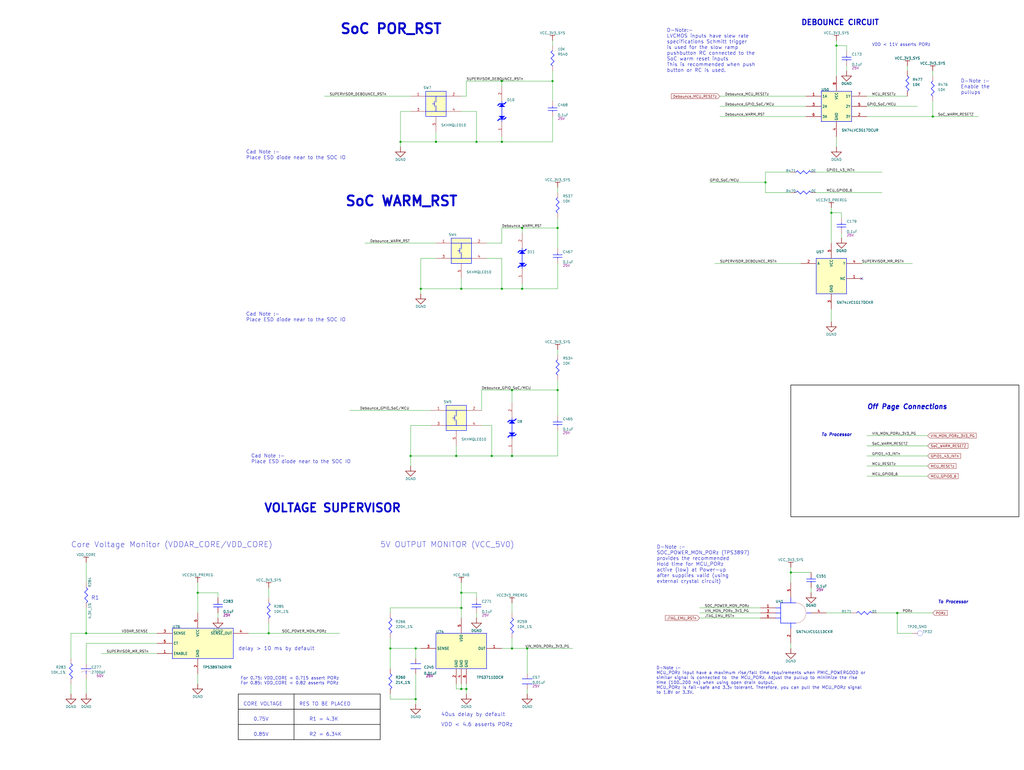
<source format=kicad_sch>
(kicad_sch (version 20231120) (generator "eeschema") (generator_version "8.0")
  (paper "User" 513.08 386.08)
  (junction (at 261.62 114.3))
  (junction (at 231.14 304.8))
  (junction (at 256.54 325.12))
  (junction (at 99.06 297.18))
  (junction (at 231.14 144.78))
  (junction (at 218.44 71.12))
  (junction (at 279.4 195.58))
  (junction (at 200.66 71.12))
  (junction (at 449.58 307.34))
  (junction (at 251.46 71.12))
  (junction (at 208.28 325.12))
  (junction (at 396.24 287.02))
  (junction (at 261.62 144.78))
  (junction (at 43.18 317.5))
  (junction (at 251.46 40.64))
  (junction (at 279.4 114.3))
  (junction (at 264.16 325.12))
  (junction (at 383.54 91.44))
  (junction (at 251.46 144.78))
  (junction (at 228.6 228.6))
  (junction (at 256.54 228.6))
  (junction (at 208.28 350.52))
  (junction (at 246.38 228.6))
  (junction (at 195.58 325.12))
  (junction (at 419.1 22.86))
  (junction (at 231.14 345.44))
  (junction (at 467.36 58.42))
  (junction (at 231.14 297.18))
  (junction (at 238.76 71.12))
  (junction (at 233.68 345.44))
  (junction (at 256.54 195.58))
  (junction (at 210.82 144.78))
  (junction (at 276.86 40.64))
  (junction (at 205.74 228.6))
  (junction (at 134.62 317.5))
  (junction (at 416.56 106.68))
  (no_connect (at 431.8 139.7))
  (wire (pts (xy 238.76 55.88) (xy 231.14 55.88)))
  (wire (pts (xy 457.2 317.5) (xy 449.58 317.5)))
  (wire (pts (xy 464.82 228.6) (xy 434.34 228.6)))
  (wire (pts (xy 246.38 228.6) (xy 256.54 228.6)))
  (wire (pts (xy 231.14 297.18) (xy 231.14 292.1)))
  (wire (pts (xy 231.14 48.26) (xy 233.68 48.26)))
  (wire (pts (xy 43.18 317.5) (xy 78.74 317.5)))
  (wire (pts (xy 457.2 132.08) (xy 431.8 132.08)))
  (wire (pts (xy 441.96 86.36) (xy 408.94 86.36)))
  (wire (pts (xy 205.74 213.36) (xy 205.74 228.6)))
  (wire (pts (xy 381 309.88) (xy 350.52 309.88)))
  (wire (pts (xy 251.46 144.78) (xy 251.46 129.54)))
  (wire (pts (xy 383.54 91.44) (xy 383.54 86.36)))
  (wire (pts (xy 251.46 71.12) (xy 238.76 71.12)))
  (wire (pts (xy 256.54 228.6) (xy 279.4 228.6)))
  (wire (pts (xy 256.54 201.93) (xy 256.54 195.58)))
  (wire (pts (xy 228.6 228.6) (xy 246.38 228.6)))
  (wire (pts (xy 454.66 48.26) (xy 434.34 48.26)))
  (wire (pts (xy 238.76 299.72) (xy 238.76 297.18)))
  (wire (pts (xy 195.58 307.34) (xy 195.58 304.8)))
  (wire (pts (xy 228.6 345.44) (xy 228.6 342.9)))
  (wire (pts (xy 238.76 297.18) (xy 231.14 297.18)))
  (wire (pts (xy 279.4 96.52) (xy 279.4 93.98)))
  (wire (pts (xy 99.06 297.18) (xy 99.06 292.1)))
  (wire (pts (xy 208.28 350.52) (xy 195.58 350.52)))
  (wire (pts (xy 424.18 25.4) (xy 424.18 22.86)))
  (wire (pts (xy 200.66 55.88) (xy 200.66 71.12)))
  (wire (pts (xy 35.56 342.9) (xy 35.56 347.98)))
  (wire (pts (xy 396.24 325.12) (xy 396.24 322.58)))
  (wire (pts (xy 231.14 345.44) (xy 228.6 345.44)))
  (wire (pts (xy 403.86 58.42) (xy 360.68 58.42)))
  (wire (pts (xy 251.46 114.3) (xy 251.46 121.92)))
  (wire (pts (xy 43.18 322.58) (xy 43.18 332.74)))
  (wire (pts (xy 238.76 71.12) (xy 238.76 55.88)))
  (wire (pts (xy 231.14 144.78) (xy 251.46 144.78)))
  (wire (pts (xy 416.56 106.68) (xy 416.56 104.14)))
  (wire (pts (xy 208.28 330.2) (xy 208.28 325.12)))
  (wire (pts (xy 459.74 53.34) (xy 434.34 53.34)))
  (polyline (pts (xy 119.38 370.84) (xy 190.5 370.84)) (stroke (width 0.254) (type solid) (color 0 0 0 1)))
  (wire (pts (xy 218.44 129.54) (xy 210.82 129.54)))
  (wire (pts (xy 124.46 317.5) (xy 134.62 317.5)))
  (wire (pts (xy 208.28 325.12) (xy 210.82 325.12)))
  (wire (pts (xy 99.06 307.34) (xy 99.06 297.18)))
  (wire (pts (xy 218.44 71.12) (xy 238.76 71.12)))
  (wire (pts (xy 215.9 205.74) (xy 175.26 205.74)))
  (wire (pts (xy 251.46 43.18) (xy 251.46 40.64)))
  (wire (pts (xy 279.4 208.28) (xy 279.4 195.58)))
  (wire (pts (xy 381 307.34) (xy 350.52 307.34)))
  (wire (pts (xy 261.62 144.78) (xy 279.4 144.78)))
  (wire (pts (xy 208.28 353.06) (xy 208.28 350.52)))
  (wire (pts (xy 43.18 292.1) (xy 43.18 281.94)))
  (wire (pts (xy 200.66 71.12) (xy 218.44 71.12)))
  (wire (pts (xy 464.82 233.68) (xy 434.34 233.68)))
  (wire (pts (xy 467.36 58.42) (xy 467.36 50.8)))
  (wire (pts (xy 241.3 195.58) (xy 256.54 195.58)))
  (wire (pts (xy 396.24 292.1) (xy 396.24 287.02)))
  (wire (pts (xy 233.68 48.26) (xy 233.68 40.64)))
  (wire (pts (xy 195.58 350.52) (xy 195.58 347.98)))
  (wire (pts (xy 109.22 297.18) (xy 99.06 297.18)))
  (wire (pts (xy 231.14 304.8) (xy 231.14 297.18)))
  (wire (pts (xy 208.28 350.52) (xy 208.28 337.82)))
  (wire (pts (xy 99.06 342.9) (xy 99.06 337.82)))
  (wire (pts (xy 261.62 116.84) (xy 261.62 114.3)))
  (wire (pts (xy 449.58 317.5) (xy 449.58 307.34)))
  (wire (pts (xy 276.86 22.86) (xy 276.86 20.32)))
  (polyline (pts (xy 119.38 355.6) (xy 190.5 355.6)) (stroke (width 0.254) (type solid) (color 0 0 0 1)))
  (wire (pts (xy 434.34 58.42) (xy 467.36 58.42)))
  (wire (pts (xy 396.24 96.52) (xy 383.54 96.52)))
  (wire (pts (xy 276.86 40.64) (xy 276.86 35.56)))
  (wire (pts (xy 426.72 307.34) (xy 414.02 307.34)))
  (wire (pts (xy 251.46 144.78) (xy 261.62 144.78)))
  (wire (pts (xy 403.86 53.34) (xy 360.68 53.34)))
  (wire (pts (xy 408.94 96.52) (xy 441.96 96.52)))
  (wire (pts (xy 109.22 299.72) (xy 109.22 297.18)))
  (wire (pts (xy 264.16 325.12) (xy 287.02 325.12)))
  (wire (pts (xy 279.4 177.8) (xy 279.4 175.26)))
  (wire (pts (xy 421.64 109.22) (xy 421.64 106.68)))
  (wire (pts (xy 233.68 347.98) (xy 233.68 345.44)))
  (wire (pts (xy 251.46 129.54) (xy 243.84 129.54)))
  (wire (pts (xy 195.58 325.12) (xy 208.28 325.12)))
  (wire (pts (xy 205.74 228.6) (xy 228.6 228.6)))
  (wire (pts (xy 256.54 227.33) (xy 256.54 228.6)))
  (wire (pts (xy 279.4 144.78) (xy 279.4 132.08)))
  (wire (pts (xy 416.56 154.94) (xy 416.56 161.29)))
  (wire (pts (xy 205.74 228.6) (xy 205.74 233.68)))
  (wire (pts (xy 401.32 132.08) (xy 358.14 132.08)))
  (wire (pts (xy 251.46 68.58) (xy 251.46 71.12)))
  (wire (pts (xy 464.82 238.76) (xy 434.34 238.76)))
  (wire (pts (xy 381 304.8) (xy 350.52 304.8)))
  (wire (pts (xy 218.44 121.92) (xy 182.88 121.92)))
  (wire (pts (xy 419.1 73.66) (xy 419.1 68.58)))
  (wire (pts (xy 195.58 325.12) (xy 195.58 320.04)))
  (wire (pts (xy 383.54 86.36) (xy 396.24 86.36)))
  (wire (pts (xy 276.86 58.42) (xy 276.86 71.12)))
  (wire (pts (xy 261.62 142.24) (xy 261.62 144.78)))
  (wire (pts (xy 233.68 40.64) (xy 251.46 40.64)))
  (wire (pts (xy 421.64 106.68) (xy 416.56 106.68)))
  (wire (pts (xy 251.46 121.92) (xy 243.84 121.92)))
  (wire (pts (xy 210.82 129.54) (xy 210.82 144.78)))
  (wire (pts (xy 43.18 317.5) (xy 43.18 304.8)))
  (wire (pts (xy 421.64 119.38) (xy 421.64 116.84)))
  (wire (pts (xy 355.6 91.44) (xy 383.54 91.44)))
  (wire (pts (xy 256.54 325.12) (xy 256.54 320.04)))
  (polyline (pts (xy 119.38 347.98) (xy 190.5 347.98)) (stroke (width 0.254) (type solid) (color 0 0 0 1)))
  (wire (pts (xy 218.44 71.12) (xy 218.44 66.04)))
  (wire (pts (xy 251.46 40.64) (xy 276.86 40.64)))
  (wire (pts (xy 78.74 327.66) (xy 50.8 327.66)))
  (wire (pts (xy 231.14 309.88) (xy 231.14 304.8)))
  (wire (pts (xy 228.6 228.6) (xy 228.6 223.52)))
  (wire (pts (xy 467.36 58.42) (xy 490.22 58.42)))
  (wire (pts (xy 261.62 114.3) (xy 251.46 114.3)))
  (wire (pts (xy 233.68 345.44) (xy 231.14 345.44)))
  (wire (pts (xy 35.56 330.2) (xy 35.56 317.5)))
  (wire (pts (xy 78.74 322.58) (xy 43.18 322.58)))
  (wire (pts (xy 416.56 121.92) (xy 416.56 106.68)))
  (polyline (pts (xy 119.38 347.98) (xy 119.38 370.84)) (stroke (width 0.254) (type solid) (color 0 0 0 1)))
  (wire (pts (xy 424.18 22.86) (xy 419.1 22.86)))
  (polyline (pts (xy 119.38 363.22) (xy 190.5 363.22)) (stroke (width 0.254) (type solid) (color 0 0 0 1)))
  (wire (pts (xy 200.66 71.12) (xy 200.66 73.66)))
  (wire (pts (xy 406.4 287.02) (xy 396.24 287.02)))
  (wire (pts (xy 279.4 124.46) (xy 279.4 114.3)))
  (wire (pts (xy 256.54 195.58) (xy 279.4 195.58)))
  (wire (pts (xy 256.54 325.12) (xy 264.16 325.12)))
  (wire (pts (xy 279.4 114.3) (xy 261.62 114.3)))
  (wire (pts (xy 238.76 309.88) (xy 238.76 307.34)))
  (wire (pts (xy 195.58 335.28) (xy 195.58 325.12)))
  (wire (pts (xy 246.38 213.36) (xy 241.3 213.36)))
  (wire (pts (xy 279.4 228.6) (xy 279.4 215.9)))
  (wire (pts (xy 264.16 345.44) (xy 264.16 347.98)))
  (wire (pts (xy 454.66 35.56) (xy 454.66 33.02)))
  (wire (pts (xy 383.54 96.52) (xy 383.54 91.44)))
  (wire (pts (xy 231.14 345.44) (xy 231.14 342.9)))
  (wire (pts (xy 276.86 71.12) (xy 251.46 71.12)))
  (wire (pts (xy 210.82 144.78) (xy 210.82 147.32)))
  (wire (pts (xy 279.4 195.58) (xy 279.4 190.5)))
  (wire (pts (xy 403.86 48.26) (xy 360.68 48.26)))
  (wire (pts (xy 464.82 223.52) (xy 434.34 223.52)))
  (wire (pts (xy 35.56 317.5) (xy 43.18 317.5)))
  (wire (pts (xy 251.46 325.12) (xy 256.54 325.12)))
  (wire (pts (xy 419.1 22.86) (xy 419.1 20.32)))
  (wire (pts (xy 256.54 307.34) (xy 256.54 302.26)))
  (wire (pts (xy 264.16 337.82) (xy 264.16 325.12)))
  (wire (pts (xy 419.1 38.1) (xy 419.1 22.86)))
  (wire (pts (xy 205.74 48.26) (xy 162.56 48.26)))
  (wire (pts (xy 134.62 317.5) (xy 134.62 312.42)))
  (wire (pts (xy 279.4 114.3) (xy 279.4 109.22)))
  (wire (pts (xy 233.68 345.44) (xy 233.68 342.9)))
  (polyline (pts (xy 147.32 347.98) (xy 147.32 370.84)) (stroke (width 0.254) (type solid) (color 0 0 0 1)))
  (wire (pts (xy 43.18 347.98) (xy 43.18 340.36)))
  (wire (pts (xy 134.62 299.72) (xy 134.62 294.64)))
  (wire (pts (xy 396.24 287.02) (xy 396.24 284.48)))
  (wire (pts (xy 406.4 297.18) (xy 406.4 294.64)))
  (wire (pts (xy 134.62 317.5) (xy 170.18 317.5)))
  (wire (pts (xy 439.42 307.34) (xy 449.58 307.34)))
  (polyline (pts (xy 190.5 347.98) (xy 190.5 370.84)) (stroke (width 0.254) (type solid) (color 0 0 0 1)))
  (wire (pts (xy 241.3 205.74) (xy 241.3 195.58)))
  (wire (pts (xy 449.58 307.34) (xy 467.36 307.34)))
  (wire (pts (xy 424.18 35.56) (xy 424.18 33.02)))
  (wire (pts (xy 464.82 218.44) (xy 434.34 218.44)))
  (wire (pts (xy 205.74 55.88) (xy 200.66 55.88)))
  (wire (pts (xy 109.22 309.88) (xy 109.22 307.34)))
  (wire (pts (xy 215.9 213.36) (xy 205.74 213.36)))
  (wire (pts (xy 246.38 228.6) (xy 246.38 213.36)))
  (wire (pts (xy 231.14 139.7) (xy 231.14 144.78)))
  (wire (pts (xy 195.58 304.8) (xy 231.14 304.8)))
  (wire (pts (xy 210.82 144.78) (xy 231.14 144.78)))
  (wire (pts (xy 276.86 50.8) (xy 276.86 40.64)))
  (wire (pts (xy 467.36 38.1) (xy 467.36 35.56)))
  (rectangle (start 510.54 193.04) (end 396.24 259.08) (stroke (width 0.254) (color 0 0 0 1)))
  (text_box "D-Note :-\nMCU_PORz input have a maximum rise/fall time requirements when PMIC_POWERGOOD or\nsimilar signal is connected to  the MCU_PORz. Adjust the pullup to minimize the rise\ntime (100..200 ns) when using open drain output.\nMCU_PORz is fail-safe and 3.3v tolerant. Therefore, you can pull the MCU_PORz signal\nto 1.8V or 3.3V." (at 477.774 351.028 0) (size -150.114 -18.288) (stroke (width -0.0001) (color 0 0 0 1)) (effects (font (size 1.524 1.524)) (justify left top)))
  (text_box "For 0.75: VDD_CORE < 0.715 assert PORz \nFor 0.85: VDD_CORE < 0.82 asserts PORz" (at 119.38 337.82 0) (size 70.104 6.096) (stroke (width -0.0001) (color 0 0 0 1)) (effects (font (size 1.524 1.524)) (justify left top)))
  (text_box "Cad Note :-\nPlace ESD diode near to the SOC IO" (at 192.024 80.772 0) (size -70.104 -7.112) (stroke (width -0.0001) (color 0 0 0 1)) (effects (font (size 1.778 1.778)) (justify left top)))
  (text_box "Cad Note :-\nPlace ESD diode near to the SOC IO" (at 194.564 233.172 0) (size -70.104 -7.112) (stroke (width -0.0001) (color 0 0 0 1)) (effects (font (size 1.778 1.778)) (justify left top)))
  (text_box "D-Note:-\nLVCMOS inputs have slew rate\nspecifications Schmitt trigger\nis used for the slow ramp\npushbutton RC connected to the\nSoC warm reset inputs\nThis is recommended when push\nbutton or RC is used." (at 394.716 41.148 0) (size -61.976 -28.448) (stroke (width -0.0001) (color 0 0 0 1)) (effects (font (size 1.778 1.778)) (justify left top)))
  (text_box "D-Note :-\nEnable the\npullups" (at 501.396 48.768 0) (size -21.336 -10.668) (stroke (width -0.0001) (color 0 0 0 1)) (effects (font (size 1.778 1.778)) (justify left top)))
  (text_box "D-Note :-\nSOC_POWER_MON_PORz (TPS3897)\nprovides the recommended\nHold time for MCU_PORz\nactive (low) at Power-up\nafter supplies valid (using\nexternal crystal circuit)" (at 385.572 296.672 0) (size -57.912 -24.892) (stroke (width -0.0001) (color 0 0 0 1)) (effects (font (size 1.778 1.778)) (justify left top)))
  (text_box "Cad Note :-\nPlace ESD diode near to the SOC IO" (at 192.024 162.052 0) (size -70.104 -7.112) (stroke (width -0.0001) (color 0 0 0 1)) (effects (font (size 1.778 1.778)) (justify left top)))
  (text "R1" (at 45.72 300.99 0) (effects (font (size 1.905 1.905)) (justify left bottom)))
  (text "DEBOUNCE CIRCUIT" (at 401.32 12.954 0) (effects (font (size 2.667 2.667) (bold yes)) (justify left bottom)))
  (text "R2 = 6.34K" (at 154.94 369.316 0) (effects (font (size 1.778 1.778)) (justify left bottom)))
  (text "40us delay by default" (at 220.98 359.41 0) (effects (font (size 1.905 1.905)) (justify left bottom)))
  (text "RES TO BE PLACED" (at 149.86 354.076 0) (effects (font (size 1.778 1.778)) (justify left bottom)))
  (text "5V OUTPUT MONITOR (VCC_5V0)" (at 190.5 274.828 0) (effects (font (size 2.794 2.794)) (justify left bottom)))
  (text "CORE VOLTAGE" (at 121.92 354.076 0) (effects (font (size 1.778 1.778)) (justify left bottom)))
  (text "0.75V" (at 127 361.696 0) (effects (font (size 1.778 1.778)) (justify left bottom)))
  (text "VDD < 11V asserts PORz" (at 436.88 23.368 0) (effects (font (size 1.524 1.524)) (justify left bottom)))
  (text "SoC WARM_RST" (at 172.72 103.886 0) (effects (font (size 4.953 4.953) (bold yes)) (justify left bottom)))
  (text "Core Voltage Monitor (VDDAR_CORE/VDD_CORE)" (at 35.56 274.828 0) (effects (font (size 2.794 2.794)) (justify left bottom)))
  (text "VDD < 4.6 asserts PORz" (at 220.98 364.49 0) (effects (font (size 1.905 1.905)) (justify left bottom)))
  (text "VOLTAGE SUPERVISOR" (at 132.08 257.302 0) (effects (font (size 4.191 4.191) (bold yes)) (justify left bottom)))
  (text "Off Page Connections" (at 434.34 205.486 0) (effects (font (size 2.413 2.413) (bold yes) (italic yes)) (justify left bottom)))
  (text "To Processor" (at 411.48 218.948 0) (effects (font (size 1.524 1.524) (bold yes) (italic yes)) (justify left bottom)))
  (text "delay > 10 ms by default" (at 119.38 326.39 0) (effects (font (size 1.905 1.905)) (justify left bottom)))
  (text "To Processor" (at 469.9 302.768 0) (effects (font (size 1.524 1.524) (bold yes) (italic yes)) (justify left bottom)))
  (text "R1 = 4.3K" (at 154.94 361.696 0) (effects (font (size 1.778 1.778)) (justify left bottom)))
  (text "SoC POR_RST" (at 170.18 17.526 0) (effects (font (size 4.953 4.953) (bold yes)) (justify left bottom)))
  (text "0.85V" (at 127 369.316 0) (effects (font (size 1.778 1.778)) (justify left bottom)))
  (label "SUPERVISOR_MR_RSTn" (at 431.8 132.08 0))
  (label "GPIO_SoC/MCU" (at 355.6 91.44 0))
  (label "Debounce_WARM_RST" (at 185.42 121.92 0))
  (label "SUPERVISOR_MR_RSTn" (at 53.34 327.66 0))
  (label "VDDAR_SENSE" (at 60.96 317.5 0))
  (label "Debounce_WARM_RST" (at 363.22 58.42 0))
  (label "SOC_POWER_MON_PORz" (at 353.06 304.8 0))
  (label "MCU_GPIO0_6" (at 414.02 96.52 0))
  (label "VIN_MON_PORz_3V3_PG" (at 263.144 325.12 0))
  (label "JTAG_EMU_RSTn" (at 353.06 309.88 0))
  (label "GPIO1_43_INTn" (at 414.02 86.36 0))
  (label "GPIO1_43_INTn" (at 436.88 228.6 0))
  (label "Debounce_GPIO_SoC/MCU" (at 363.22 53.34 0))
  (label "Debounce_MCU_RESETz" (at 363.22 48.26 0))
  (label "SoC_WARM_RESETZ" (at 436.88 223.52 0))
  (label "Debounce_GPIO_SoC/MCU" (at 180.34 205.74 0))
  (label "SUPERVISOR_DEBOUNCE_RSTn" (at 233.68 40.64 0))
  (label "VIN_MON_PORz_3V3_PG" (at 353.06 307.34 0))
  (label "SUPERVISOR_DEBOUNCE_RSTn" (at 165.1 48.26 0))
  (label "MCU_RESETz" (at 436.88 48.26 0))
  (label "Debounce_GPIO_SoC/MCU" (at 241.3 195.58 0))
  (label "MCU_RESETz" (at 436.88 233.68 0))
  (label "Debounce_WARM_RST" (at 251.46 114.3 0))
  (label "VIN_MON_PORz_3V3_PG" (at 436.88 218.44 0))
  (label "SOC_POWER_MON_PORz" (at 141.224 317.5 0))
  (label "SoC_WARM_RESETZ" (at 469.9 58.42 0))
  (label "GPIO_SoC/MCU" (at 434.34 53.34 0))
  (label "MCU_GPIO0_6" (at 436.88 238.76 0))
  (label "SUPERVISOR_DEBOUNCE_RSTn" (at 360.68 132.08 0))
  (label "PORz" (at 452.12 307.34 0))
  (global_label "JTAG_EMU_RSTn" (shape input) (at 350.52 309.88 180) (property "Intersheetrefs" "${INTERSHEET_REFS}" (effects (hide yes))))
  (global_label "PORz" (shape input) (at 467.36 307.34 0) (property "Intersheetrefs" "${INTERSHEET_REFS}" (effects (hide yes))))
  (global_label "MCU_RESETz" (shape input) (at 464.82 233.68 0) (property "Intersheetrefs" "${INTERSHEET_REFS}" (effects (hide yes))))
  (global_label "SoC_WARM_RESETZ" (shape input) (at 464.82 223.52 0) (property "Intersheetrefs" "${INTERSHEET_REFS}" (effects (hide yes))))
  (global_label "Debounce_MCU_RESETz" (shape input) (at 360.68 48.26 180) (property "Intersheetrefs" "${INTERSHEET_REFS}" (effects (hide yes))))
  (global_label "VIN_MON_PORz_3V3_PG" (shape input) (at 464.82 218.44 0) (property "Intersheetrefs" "${INTERSHEET_REFS}" (effects (hide yes))))
  (global_label "MCU_GPIO0_6" (shape input) (at 464.82 238.76 0) (property "Intersheetrefs" "${INTERSHEET_REFS}" (effects (hide yes))))
  (global_label "GPIO1_43_INTn" (shape input) (at 464.82 228.6 0) (property "Intersheetrefs" "${INTERSHEET_REFS}" (effects (hide yes))))
  (symbol (lib_id "35-altium-import:DGND_SIGNAL_GROUND") (at 109.22 309.88 0) (unit 1)
    (property "Reference" "#PWR?" (effects (hide yes)))
    (property "Value" "DGND" (at 109.22 316.23 0))
  )
  (symbol (lib_id "35-altium-import:VDD_CORE_BAR") (at 43.18 281.94 180) (unit 1)
    (property "Reference" "#PWR?" (effects (hide yes)))
    (property "Value" "VDD_CORE" (at 43.18 278.13 0))
  )
  (symbol (lib_id "35-altium-import:root_0_SW4_SKHUPLE010") (at 223.52 203.2 0) (unit 1)
    (property "Reference" "SW5" (at 222.25 202.184 0) (effects (justify left bottom)))
    (property "Value" "SKHMQLE010" (at 231.14 220.98 0) (effects (justify left bottom)))
    (property "Footprint" "SW4_SKHMQLE010_240X260_SMD_3-1" (effects (hide yes)))
    (property "Description" "SWITCH TACTILE SPST ST SMD" (effects (hide yes)))
    (property "MISTRAL PART NO" "130017100007-R" (effects (hide yes)))
    (property "PROJECT" "TI_MAXIE_CPB" (effects (hide yes)))
    (property "MFR_NAME" "ALPS" (effects (hide yes)))
    (property "MFR_PART_NUMBER" "SKHMQLE010" (effects (hide yes)))
    (property "PART_TYPE" "ELECTRO-MECHANICA~{L}SWITCH" (effects (hide yes)))
    (property "TOLERANCE" "NA" (effects (hide yes)))
    (property "VOLTAGE" "NA" (effects (hide yes)))
    (property "WATTAGE" "NA" (effects (hide yes)))
    (property "PACKAGE" "SMD" (effects (hide yes)))
    (property "DISTRIBUTOR_NAME" "MOUSER" (effects (hide yes)))
    (property "DISTRIBUTOR_PART_NUMBER" "688-SKHMQLE010" (effects (hide yes)))
    (property "HEIGHT" "3.10MM" (effects (hide yes)))
    (property "WEIGHT" "NA" (effects (hide yes)))
    (property "TEMPERATURE" "-30癈+85癈" (effects (hide yes)))
    (property "DATASHEET" "Y~{:}MIS_DATABAS~{E}DATASHEET~{S}MIS~{C}SWITCHE~{S}SKHMQLE010.PDF" (effects (hide yes)))
    (property "CRTD /DATE" "MANIRAJA/051017" (effects (hide yes)))
    (property "CHKD/DATE" "MANIRAJA/051017" (effects (hide yes)))
    (property "CUSTOMS_HS_CODE" "85369090" (effects (hide yes)))
    (property "CUSTOM_DUTY" "24%" (effects (hide yes)))
    (property "MECHANICAL 3D STEP FILE" "SW4_SKHMQLE010_240X260_SMD_3-1" (effects (hide yes)))
    (property "LIBRARY REF" "SW4_SKHUPLE010" (effects (hide yes)))
    (property "PCB FOOTPRINT" "SW4_SKHMQLE010_240X260_SMD_3-1" (effects (hide yes)))
  )
  (symbol (lib_id "35-altium-import:root_1_DIODE_SOD323") (at 246.38 60.96 0) (unit 1)
    (property "Reference" "D10" (at 254 50.8 0) (effects (justify left bottom)))
    (property "Value" "TPD1E10B06DPYR" (effects (hide yes)))
    (property "Footprint" "DIO_DFN0402_0-5" (effects (hide yes)))
    (property "Description" "DIODE 1CH ESD PROTECTION X1SON2" (effects (hide yes)))
    (property "FOOTPRINT REF" "DIO_DFN0402_0-5" (effects (hide yes)))
    (property "MISTRAL PART NO" "130014110022-R" (effects (hide yes)))
    (property "PROJECT" "GALILEO_EVM" (effects (hide yes)))
    (property "MFR_NAME" "TEXAS INSTRUMENTS" (effects (hide yes)))
    (property "MFR_PART_NUMBER" "TPD1E10B06DPYR" (effects (hide yes)))
    (property "PART_TYPE" "DIODE" (effects (hide yes)))
    (property "TOLERANCE" "NA" (effects (hide yes)))
    (property "VOLTAGE" "NA" (effects (hide yes)))
    (property "WATTAGE" "NA" (effects (hide yes)))
    (property "PACKAGE" "X1SON2" (effects (hide yes)))
    (property "DISTRIBUTOR_NAME" "DIGIKEY" (effects (hide yes)))
    (property "DISTRIBUTOR_PART_NUMBER" "296-30406-1-ND" (effects (hide yes)))
    (property "LIBRARY REF" "DIODE_SOD323" (effects (hide yes)))
    (property "HEIGHT" "0.45MM" (effects (hide yes)))
    (property "WEIGHT" "1mg" (effects (hide yes)))
    (property "TEMPERATURE" "-40癈+125癈" (effects (hide yes)))
    (property "DATASHEET" "Y~{:}MIS_DATABAS~{E}DATASHEET~{S}IC~{S}INTERFAC~{E}TPD1E10B06-SER.PDF" (effects (hide yes)))
    (property "CRTD /DATE" "VASANTHA/181114" (effects (hide yes)))
    (property "CHKD/DATE" "MANIRAJA/040420" (effects (hide yes)))
    (property "CUSTOMS_HS_CODE" "85423100" (effects (hide yes)))
    (property "CUSTOM_DUTY" "15%" (effects (hide yes)))
    (property "MECHANICAL 3D STEP FILE" "DIO_DFN0402_0-5" (effects (hide yes)))
    (property "LIBRARY PATH" "Y~{:}MIS_DATABAS~{E}Librar~{y}ALTIUM_TOO~{L}SCHEMATICS_PART~{S}MS_DISCRETE_Library.schlib" (effects (hide yes)))
    (property "FOOTPRINT PATH" "Y~{:}MIS_DATABAS~{E}Librar~{y}ALTIUM_TOO~{L}PCB_FOOTPRINT~{S}Altium_Footprint_Lib.PcbLib" (effects (hide yes)))
    (property "PCB FOOTPRINT" "DIO_DFN0402_0-5" (effects (hide yes)))
  )
  (symbol (lib_id "35-altium-import:DGND_SIGNAL_GROUND") (at 35.56 347.98 0) (unit 1)
    (property "Reference" "#PWR?" (effects (hide yes)))
    (property "Value" "DGND" (at 35.56 354.33 0))
  )
  (symbol (lib_id "35-altium-import:VCC_3V3_SYS_BAR") (at 279.4 93.98 180) (unit 1)
    (property "Reference" "#PWR?" (effects (hide yes)))
    (property "Value" "VCC_3V3_SYS" (at 279.4 90.17 0))
  )
  (symbol (lib_id "35-altium-import:DGND_SIGNAL_GROUND") (at 396.24 325.12 0) (unit 1)
    (property "Reference" "#PWR?" (effects (hide yes)))
    (property "Value" "DGND" (at 396.24 331.47 0))
  )
  (symbol (lib_id "35-altium-import:root_1_DIODE_SOD323") (at 256.54 134.62 0) (unit 1)
    (property "Reference" "D11" (at 264.16 127 0) (effects (justify left bottom)))
    (property "Value" "TPD1E10B06DPYR" (effects (hide yes)))
    (property "Footprint" "DIO_DFN0402_0-5" (effects (hide yes)))
    (property "Description" "DIODE 1CH ESD PROTECTION X1SON2" (effects (hide yes)))
    (property "FOOTPRINT PATH" "Y~{:}MIS_DATABAS~{E}Librar~{y}ALTIUM_TOO~{L}PCB_FOOTPRINT~{S}Altium_Footprint_Lib.PcbLib" (effects (hide yes)))
    (property "LIBRARY PATH" "Y~{:}MIS_DATABAS~{E}Librar~{y}ALTIUM_TOO~{L}SCHEMATICS_PART~{S}MS_DISCRETE_Library.schlib" (effects (hide yes)))
    (property "MECHANICAL 3D STEP FILE" "DIO_DFN0402_0-5" (effects (hide yes)))
    (property "CUSTOM_DUTY" "15%" (effects (hide yes)))
    (property "CUSTOMS_HS_CODE" "85423100" (effects (hide yes)))
    (property "CHKD/DATE" "MANIRAJA/040420" (effects (hide yes)))
    (property "CRTD /DATE" "VASANTHA/181114" (effects (hide yes)))
    (property "DATASHEET" "Y~{:}MIS_DATABAS~{E}DATASHEET~{S}IC~{S}INTERFAC~{E}TPD1E10B06-SER.PDF" (effects (hide yes)))
    (property "TEMPERATURE" "-40癈+125癈" (effects (hide yes)))
    (property "WEIGHT" "1mg" (effects (hide yes)))
    (property "HEIGHT" "0.45MM" (effects (hide yes)))
    (property "LIBRARY REF" "DIODE_SOD323" (effects (hide yes)))
    (property "DISTRIBUTOR_PART_NUMBER" "296-30406-1-ND" (effects (hide yes)))
    (property "DISTRIBUTOR_NAME" "DIGIKEY" (effects (hide yes)))
    (property "PACKAGE" "X1SON2" (effects (hide yes)))
    (property "WATTAGE" "NA" (effects (hide yes)))
    (property "VOLTAGE" "NA" (effects (hide yes)))
    (property "TOLERANCE" "NA" (effects (hide yes)))
    (property "PART_TYPE" "DIODE" (effects (hide yes)))
    (property "MFR_PART_NUMBER" "TPD1E10B06DPYR" (effects (hide yes)))
    (property "MFR_NAME" "TEXAS INSTRUMENTS" (effects (hide yes)))
    (property "PROJECT" "GALILEO_EVM" (effects (hide yes)))
    (property "MISTRAL PART NO" "130014110022-R" (effects (hide yes)))
    (property "FOOTPRINT REF" "DIO_DFN0402_0-5" (effects (hide yes)))
    (property "PCB FOOTPRINT" "DIO_DFN0402_0-5" (effects (hide yes)))
  )
  (symbol (lib_id "35-altium-import:root_0_RESISTOR_Dup5") (at 132.08 302.26 0) (unit 1)
    (property "Reference" "R285" (at 137.16 304.8 0) (effects (justify left bottom)))
    (property "Value" "10K_1%" (at 137.16 307.34 0) (effects (justify left bottom)))
    (property "Footprint" "RES0402_0-5" (effects (hide yes)))
    (property "Description" "RES 10K 1/16W 1% 0402" (effects (hide yes)))
    (property "PCB FOOTPRINT" "RES0402_0-5" (effects (hide yes)))
    (property "FOOTPRINT PATH" "Y~{:}MIS_DATABAS~{E}Librar~{y}ALTIUM_TOO~{L}PCB_FOOTPRINT~{S}Altium_Footprint_Lib.PcbLib" (effects (hide yes)))
    (property "LIBRARY PATH" "Y~{:}MIS_DATABAS~{E}Librar~{y}ALTIUM_TOO~{L}SCHEMATICS_PART~{S}MS_DISCRETE_Library.schlib" (effects (hide yes)))
    (property "FOOTPRINT REF" "RES0402_0-5" (effects (hide yes)))
    (property "LIBRARY REF" "RESISTOR" (effects (hide yes)))
    (property "CUSTOM_DUTY" "15%" (effects (hide yes)))
    (property "CUSTOMS_HS_CODE" "85332119" (effects (hide yes)))
    (property "CHKD/DATE" "VASANTHA/201216" (effects (hide yes)))
    (property "CRTD /DATE" "GEETHA/290506" (effects (hide yes)))
    (property "DATASHEET" "Y~{:}MIS_DATABAS~{E}DATASHEET~{S}RESISTOR~{S}RCXXXXL-SER_MAR18.PDF" (effects (hide yes)))
    (property "HEIGHT" "0.40MM" (effects (hide yes)))
    (property "DISTRIBUTOR_PART_NUMBER" "311-10.0KLRTR-ND" (effects (hide yes)))
    (property "DISTRIBUTOR_NAME" "DIGIKEY" (effects (hide yes)))
    (property "PACKAGE" "0402" (effects (hide yes)))
    (property "WATTAGE" "1/16W" (effects (hide yes)))
    (property "TOLERANCE" "1%" (effects (hide yes)))
    (property "PART_TYPE" "RESISTOR~{S}FIXED" (effects (hide yes)))
    (property "MFR_PART_NUMBER" "RC0402FR-0710KL" (effects (hide yes)))
    (property "MFR_NAME" "YAGEO AMERICA" (effects (hide yes)))
    (property "PROJECT" "VOCERA" (effects (hide yes)))
    (property "MISTRAL PART NO" "110015090015-R" (effects (hide yes)))
    (property "VOLTAGE" "NA" (effects (hide yes)))
    (property "WEIGHT" "0.65mg" (effects (hide yes)))
    (property "TEMPERATURE" "-55癈+155癈" (effects (hide yes)))
    (property "MECHANICAL 3D STEP FILE" "RES0402_0-5" (effects (hide yes)))
  )
  (symbol (lib_id "35-altium-import:root_2_CAP_Dup3") (at 281.94 213.36 0) (unit 1)
    (property "Reference" "C465" (at 281.94 210.82 0) (effects (justify left bottom)))
    (property "Value" "0.1uF" (at 281.94 215.9 0) (effects (justify left bottom)))
    (property "Footprint" "CAP0402_0-75" (effects (hide yes)))
    (property "Description" "CAP CERAMIC 0.1uF 25V 20% X5R 0402" (effects (hide yes)))
    (property "ALT_MFR_PART_NUMBER" "CC0402KRX5R8BB104" (effects (hide yes)))
    (property "MISTRAL PART NO" "120020080003-R" (effects (hide yes)))
    (property "PROJECT" "AM64x_EVM_BRD" (effects (hide yes)))
    (property "MFR_NAME" "WURTH ELECTRONICS" (effects (hide yes)))
    (property "MFR_PART_NUMBER" "885012105018" (effects (hide yes)))
    (property "PART_TYPE" "CAPACITOR~{S}CERAMIC" (effects (hide yes)))
    (property "TOLERANCE" "20%" (effects (hide yes)))
    (property "VOLTAGE" "25V" (at 281.94 217.678 0) (effects (justify left bottom)))
    (property "WATTAGE" "NA" (effects (hide yes)))
    (property "PACKAGE" "0402" (effects (hide yes)))
    (property "DISTRIBUTOR_NAME" "DIGIKEY" (effects (hide yes)))
    (property "DISTRIBUTOR_PART_NUMBER" "732-7495-1-ND" (effects (hide yes)))
    (property "HEIGHT" "0.55MM" (effects (hide yes)))
    (property "WEIGHT" "0.65mg" (effects (hide yes)))
    (property "TEMPERATURE" "-55癈+85癈" (effects (hide yes)))
    (property "DATASHEET" "Y~{:}MIS_DATABAS~{E}DATASHEET~{S}CAPACITOR~{S}885012105018.PDF" (effects (hide yes)))
    (property "CRTD /DATE" "ALVY/170820" (effects (hide yes)))
    (property "CHKD/DATE" "MANIRAJA/170820" (effects (hide yes)))
    (property "CUSTOMS_HS_CODE" "85322990" (effects (hide yes)))
    (property "CUSTOM_DUTY" "15%" (effects (hide yes)))
    (property "MECHANICAL 3D STEP FILE" "CAP0402_0-75" (effects (hide yes)))
    (property "LIBRARY REF" "CAP" (effects (hide yes)))
    (property "FOOTPRINT REF" "CAP0402_0-75" (effects (hide yes)))
    (property "LIBRARY PATH" "Y~{:}MIS_DATABAS~{E}Librar~{y}ALTIUM_TOO~{L}SCHEMATICS_PART~{S}MS_DISCRETE_Library.schlib" (effects (hide yes)))
    (property "FOOTPRINT PATH" "Y~{:}MIS_DATABAS~{E}Librar~{y}ALTIUM_TOO~{L}PCB_FOOTPRINT~{S}Altium_Footprint_Lib.PcbLib" (effects (hide yes)))
    (property "ALT_MFR_NAME" "YAGEO AMERICA" (effects (hide yes)))
    (property "PCB FOOTPRINT" "CAP0402_0-75" (effects (hide yes)))
  )
  (symbol (lib_id "35-altium-import:root_0_CAP_Dup1") (at 40.64 335.28 0) (unit 1)
    (property "Reference" "C277" (at 45.72 335.28 0) (effects (justify left bottom)))
    (property "Value" "2700pF" (at 45.72 337.82 0) (effects (justify left bottom)))
    (property "Footprint" "CAP0603_1" (effects (hide yes)))
    (property "Description" "CAP CERAMIC 2700pF 50V 5% C0G(NP0) 0603" (effects (hide yes)))
    (property "FOOTPRINT PATH" "Y~{:}MIS_DATABAS~{E}Librar~{y}ALTIUM_TOO~{L}PCB_FOOTPRINT~{S}Altium_Footprint_Lib.PcbLib" (effects (hide yes)))
    (property "LIBRARY PATH" "Y~{:}MIS_DATABAS~{E}Librar~{y}ALTIUM_TOO~{L}SCHEMATICS_PART~{S}MS_DISCRETE_Library.schlib" (effects (hide yes)))
    (property "MECHANICAL 3D STEP FILE" "CAP0603_1" (effects (hide yes)))
    (property "CUSTOM_DUTY" "15%" (effects (hide yes)))
    (property "CUSTOMS_HS_CODE" "85322990" (effects (hide yes)))
    (property "CHKD/DATE" "BAVISH/050911" (effects (hide yes)))
    (property "CRTD /DATE" "CHAITHANYA/290811" (effects (hide yes)))
    (property "DATASHEET" "Y~{:}MIS_DATABAS~{E}DATASHEET~{S}CAPACITOR~{S}MURATA-GXX-SER_NOV17.PDF" (effects (hide yes)))
    (property "TEMPERATURE" "-55癈+125癈" (effects (hide yes)))
    (property "WEIGHT" "6.3mg" (effects (hide yes)))
    (property "HEIGHT" "0.90MM" (effects (hide yes)))
    (property "LIBRARY REF" "CAP" (effects (hide yes)))
    (property "DISTRIBUTOR_PART_NUMBER" "490-3283-1-ND" (effects (hide yes)))
    (property "DISTRIBUTOR_NAME" "DIGIKEY" (effects (hide yes)))
    (property "PACKAGE" "0603" (effects (hide yes)))
    (property "WATTAGE" "NA" (effects (hide yes)))
    (property "VOLTAGE" "50V" (at 48.26 339.598 0) (effects (justify left bottom)))
    (property "TOLERANCE" "5%" (effects (hide yes)))
    (property "PART_TYPE" "CAPACITOR~{S}CERAMIC" (effects (hide yes)))
    (property "MFR_PART_NUMBER" "GRM1885C1H272JA01D" (effects (hide yes)))
    (property "MFR_NAME" "MURATA" (effects (hide yes)))
    (property "PROJECT" "GEMYC" (effects (hide yes)))
    (property "MISTRAL PART NO" "120011090002-R" (effects (hide yes)))
    (property "FOOTPRINT REF" "CAP0603_1" (effects (hide yes)))
    (property "PCB FOOTPRINT" "CAP0603_1" (effects (hide yes)))
  )
  (symbol (lib_id "35-altium-import:root_0_RESISTOR_Dup6") (at 40.64 294.64 0) (unit 1)
    (property "Reference" "R284" (at 45.72 294.503 90) (effects (justify left bottom)))
    (property "Value" "4.3K_1%" (at 45.72 310.349 90) (effects (justify left bottom)))
    (property "Footprint" "RES0402_0-5" (effects (hide yes)))
    (property "Description" "RES 4.3K 1/16W 1% 0402" (effects (hide yes)))
    (property "PCB FOOTPRINT" "RES0402_0-5" (effects (hide yes)))
    (property "FOOTPRINT PATH" "Y~{:}MIS_DATABAS~{E}Librar~{y}ALTIUM_TOO~{L}PCB_FOOTPRINT~{S}Altium_Footprint_Lib.PcbLib" (effects (hide yes)))
    (property "LIBRARY PATH" "Y~{:}MIS_DATABAS~{E}Librar~{y}ALTIUM_TOO~{L}SCHEMATICS_PART~{S}MS_DISCRETE_Library.schlib" (effects (hide yes)))
    (property "MECHANICAL 3D STEP FILE" "RES0402_0-5" (effects (hide yes)))
    (property "CUSTOM_DUTY" "15%" (effects (hide yes)))
    (property "CUSTOMS_HS_CODE" "85332119" (effects (hide yes)))
    (property "CHKD/DATE" "VASANTHA/140616" (effects (hide yes)))
    (property "CRTD /DATE" "VASANTHA/140616" (effects (hide yes)))
    (property "DATASHEET" "Y~{:}MIS_DATABAS~{E}DATASHEET~{S}RESISTOR~{S}RCXXXXL-SER_MAR18.PDF" (effects (hide yes)))
    (property "TEMPERATURE" "-55癈+155癈" (effects (hide yes)))
    (property "WEIGHT" "0.65mg" (effects (hide yes)))
    (property "HEIGHT" "0.40MM" (effects (hide yes)))
    (property "LIBRARY REF" "RESISTOR" (effects (hide yes)))
    (property "DISTRIBUTOR_PART_NUMBER" "311-4.30KLRCT-ND" (effects (hide yes)))
    (property "DISTRIBUTOR_NAME" "DIGIKEY" (effects (hide yes)))
    (property "PACKAGE" "0402" (effects (hide yes)))
    (property "WATTAGE" "1/16W" (effects (hide yes)))
    (property "VOLTAGE" "NA" (effects (hide yes)))
    (property "TOLERANCE" "1%" (effects (hide yes)))
    (property "PART_TYPE" "RESISTOR~{S}FIXED" (effects (hide yes)))
    (property "MFR_PART_NUMBER" "RC0402FR-074K3L" (effects (hide yes)))
    (property "MFR_NAME" "YAGEO AMERICA" (effects (hide yes)))
    (property "PROJECT" "TMDXCSKCC" (effects (hide yes)))
    (property "MISTRAL PART NO" "110016060004-R" (effects (hide yes)))
    (property "FOOTPRINT REF" "RES0402_0-5" (effects (hide yes)))
  )
  (symbol (lib_id "35-altium-import:VCC3V3_PREREG_BAR") (at 416.56 104.14 180) (unit 1)
    (property "Reference" "#PWR?" (effects (hide yes)))
    (property "Value" "VCC3V3_PREREG" (at 416.56 100.33 0))
  )
  (symbol (lib_id "35-altium-import:VCC3V3_PREREG_BAR") (at 99.06 292.1 180) (unit 1)
    (property "Reference" "#PWR?" (effects (hide yes)))
    (property "Value" "VCC3V3_PREREG" (at 99.06 288.29 0))
  )
  (symbol (lib_id "35-altium-import:DGND_SIGNAL_GROUND") (at 264.16 347.98 0) (unit 1)
    (property "Reference" "#PWR?" (effects (hide yes)))
    (property "Value" "DGND" (at 264.16 354.33 0))
  )
  (symbol (lib_id "35-altium-import:root_2_RESISTOR_Dup6") (at 279.4 33.02 0) (unit 1)
    (property "Reference" "R540" (at 279.4 27.94 0) (effects (justify left bottom)))
    (property "Value" "10K" (at 279.4 25.4 0) (effects (justify left bottom)))
    (property "Footprint" "RES0402_0-5" (effects (hide yes)))
    (property "Description" "RES 10K 1/16W 5% 0402" (effects (hide yes)))
    (property "MISTRAL PART NO" "110011060021-R" (effects (hide yes)))
    (property "PROJECT" "HSE" (effects (hide yes)))
    (property "MFR_NAME" "YAGEO AMERICA" (effects (hide yes)))
    (property "MFR_PART_NUMBER" "RC0402JR-0710KL" (effects (hide yes)))
    (property "PART_TYPE" "RESISTOR~{S}FIXED" (effects (hide yes)))
    (property "TOLERANCE" "5%" (effects (hide yes)))
    (property "VOLTAGE" "NA" (effects (hide yes)))
    (property "WATTAGE" "1/16W" (effects (hide yes)))
    (property "PACKAGE" "0402" (effects (hide yes)))
    (property "DISTRIBUTOR_NAME" "DIGIKEY" (effects (hide yes)))
    (property "DISTRIBUTOR_PART_NUMBER" "311-10KJRCT-ND" (effects (hide yes)))
    (property "HEIGHT" "0.40MM" (effects (hide yes)))
    (property "WEIGHT" "0.65mg" (effects (hide yes)))
    (property "TEMPERATURE" "-55癈+155癈" (effects (hide yes)))
    (property "DATASHEET" "Y~{:}MIS_DATABAS~{E}DATASHEET~{S}RESISTOR~{S}RCXXXXL-SER_MAR18.PDF" (effects (hide yes)))
    (property "CRTD /DATE" "MAZHAR/230805" (effects (hide yes)))
    (property "CHKD/DATE" "VASANTHA/061216" (effects (hide yes)))
    (property "CUSTOMS_HS_CODE" "85332119" (effects (hide yes)))
    (property "CUSTOM_DUTY" "15%" (effects (hide yes)))
    (property "MECHANICAL 3D STEP FILE" "RES0402_0-5" (effects (hide yes)))
    (property "LIBRARY REF" "RESISTOR" (effects (hide yes)))
    (property "FOOTPRINT REF" "RES0402_0-5" (effects (hide yes)))
    (property "LIBRARY PATH" "Y~{:}MIS_DATABAS~{E}Librar~{y}ALTIUM_TOO~{L}SCHEMATICS_PART~{S}MS_DISCRETE_Library.schlib" (effects (hide yes)))
    (property "FOOTPRINT PATH" "Y~{:}MIS_DATABAS~{E}Librar~{y}ALTIUM_TOO~{L}PCB_FOOTPRINT~{S}Altium_Footprint_Lib.PcbLib" (effects (hide yes)))
    (property "PCB FOOTPRINT" "RES0402_0-5" (effects (hide yes)))
  )
  (symbol (lib_id "35-altium-import:VCC_3V3_SYS_BAR") (at 279.4 175.26 180) (unit 1)
    (property "Reference" "#PWR?" (effects (hide yes)))
    (property "Value" "VCC_3V3_SYS" (at 279.4 171.45 0))
  )
  (symbol (lib_id "35-altium-import:DGND_SIGNAL_GROUND") (at 419.1 73.66 0) (unit 1)
    (property "Reference" "#PWR?" (effects (hide yes)))
    (property "Value" "DGND" (at 419.1 80.01 0))
  )
  (symbol (lib_id "35-altium-import:root_0_SN74LVC3G17DCUR_VSSOP8") (at 411.48 45.72 0) (unit 1)
    (property "Reference" "U50" (at 411.48 45.72 0) (effects (justify left bottom)))
    (property "Value" "SN74LVC3G17DCUR" (at 421.64 66.04 0) (effects (justify left bottom)))
    (property "Footprint" "VSSOP8_19-68_85X95_0-9" (effects (hide yes)))
    (property "Description" "IC TRIPLE SCHMITT-TRIGGER BUFFER VSSOP8" (effects (hide yes)))
    (property "PCB FOOTPRINT" "VSSOP8_19-68_85X95_0-9" (effects (hide yes)))
    (property "LIBRARY REF" "SN74LVC3G17DCUR_VSSOP8" (effects (hide yes)))
    (property "MISTRAL PART NO" "141017090019-R" (effects (hide yes)))
    (property "PROJECT" "TI_MAXIE_CPB" (effects (hide yes)))
    (property "MFR_NAME" "TEXAS INSTRUMENTS" (effects (hide yes)))
    (property "MFR_PART_NUMBER" "SN74LVC3G17DCUR" (effects (hide yes)))
    (property "PART_TYPE" "IC~{S}DIGITA~{L}COMBINATIONAL" (effects (hide yes)))
    (property "TOLERANCE" "NA" (effects (hide yes)))
    (property "VOLTAGE" "NA" (effects (hide yes)))
    (property "WATTAGE" "NA" (effects (hide yes)))
    (property "PACKAGE" "VSSOP8" (effects (hide yes)))
    (property "DISTRIBUTOR_NAME" "DIGIKEY" (effects (hide yes)))
    (property "DISTRIBUTOR_PART_NUMBER" "296-18818-1-ND" (effects (hide yes)))
    (property "HEIGHT" "0.90MM" (effects (hide yes)))
    (property "WEIGHT" "9.6mg" (effects (hide yes)))
    (property "TEMPERATURE" "-40癈+125癈" (effects (hide yes)))
    (property "DATASHEET" "Y~{:}MIS_DATABAS~{E}DATASHEET~{S}IC~{S}DIGITA~{L}COMBINATIONA~{L}SN74LVC3G17.PDF" (effects (hide yes)))
    (property "CRTD /DATE" "MANIRAJA/280917" (effects (hide yes)))
    (property "CHKD/DATE" "MANIRAJA/280917" (effects (hide yes)))
    (property "CUSTOMS_HS_CODE" "85423100" (effects (hide yes)))
    (property "CUSTOM_DUTY" "15%" (effects (hide yes)))
    (property "MECHANICAL 3D STEP FILE" "VSSOP8_19-68_85X95_0-9" (effects (hide yes)))
  )
  (symbol (lib_id "35-altium-import:root_0_RESISTOR_Dup5") (at 33.02 332.74 0) (unit 1)
    (property "Reference" "R283" (at 27.94 335.28 0) (effects (justify left bottom)))
    (property "Value" "10K_1%" (at 25.4 337.82 0) (effects (justify left bottom)))
    (property "Footprint" "RES0402_0-5" (effects (hide yes)))
    (property "Description" "RES 10K 1/16W 1% 0402" (effects (hide yes)))
    (property "PCB FOOTPRINT" "RES0402_0-5" (effects (hide yes)))
    (property "FOOTPRINT PATH" "Y~{:}MIS_DATABAS~{E}Librar~{y}ALTIUM_TOO~{L}PCB_FOOTPRINT~{S}Altium_Footprint_Lib.PcbLib" (effects (hide yes)))
    (property "LIBRARY PATH" "Y~{:}MIS_DATABAS~{E}Librar~{y}ALTIUM_TOO~{L}SCHEMATICS_PART~{S}MS_DISCRETE_Library.schlib" (effects (hide yes)))
    (property "FOOTPRINT REF" "RES0402_0-5" (effects (hide yes)))
    (property "LIBRARY REF" "RESISTOR" (effects (hide yes)))
    (property "CUSTOM_DUTY" "15%" (effects (hide yes)))
    (property "CUSTOMS_HS_CODE" "85332119" (effects (hide yes)))
    (property "CHKD/DATE" "VASANTHA/201216" (effects (hide yes)))
    (property "CRTD /DATE" "GEETHA/290506" (effects (hide yes)))
    (property "DATASHEET" "Y~{:}MIS_DATABAS~{E}DATASHEET~{S}RESISTOR~{S}RCXXXXL-SER_MAR18.PDF" (effects (hide yes)))
    (property "HEIGHT" "0.40MM" (effects (hide yes)))
    (property "DISTRIBUTOR_PART_NUMBER" "311-10.0KLRTR-ND" (effects (hide yes)))
    (property "DISTRIBUTOR_NAME" "DIGIKEY" (effects (hide yes)))
    (property "PACKAGE" "0402" (effects (hide yes)))
    (property "WATTAGE" "1/16W" (effects (hide yes)))
    (property "TOLERANCE" "1%" (effects (hide yes)))
    (property "PART_TYPE" "RESISTOR~{S}FIXED" (effects (hide yes)))
    (property "MFR_PART_NUMBER" "RC0402FR-0710KL" (effects (hide yes)))
    (property "MFR_NAME" "YAGEO AMERICA" (effects (hide yes)))
    (property "PROJECT" "VOCERA" (effects (hide yes)))
    (property "MISTRAL PART NO" "110015090015-R" (effects (hide yes)))
    (property "VOLTAGE" "NA" (effects (hide yes)))
    (property "WEIGHT" "0.65mg" (effects (hide yes)))
    (property "TEMPERATURE" "-55癈+155癈" (effects (hide yes)))
    (property "MECHANICAL 3D STEP FILE" "RES0402_0-5" (effects (hide yes)))
  )
  (symbol (lib_id "35-altium-import:DGND_SIGNAL_GROUND") (at 424.18 35.56 0) (unit 1)
    (property "Reference" "#PWR?" (effects (hide yes)))
    (property "Value" "DGND" (at 424.18 41.91 0))
  )
  (symbol (lib_id "35-altium-import:root_2_CAP_Dup3") (at 408.94 292.1 0) (unit 1)
    (property "Reference" "C151" (at 408.94 289.56 0) (effects (justify left bottom)))
    (property "Value" "0.1uF" (at 408.94 294.64 0) (effects (justify left bottom)))
    (property "Footprint" "CAP0402_0-75" (effects (hide yes)))
    (property "Description" "CAP CERAMIC 0.1uF 25V 20% X5R 0402" (effects (hide yes)))
    (property "ALT_MFR_NAME" "YAGEO AMERICA" (effects (hide yes)))
    (property "FOOTPRINT PATH" "Y~{:}MIS_DATABAS~{E}Librar~{y}ALTIUM_TOO~{L}PCB_FOOTPRINT~{S}Altium_Footprint_Lib.PcbLib" (effects (hide yes)))
    (property "LIBRARY PATH" "Y~{:}MIS_DATABAS~{E}Librar~{y}ALTIUM_TOO~{L}SCHEMATICS_PART~{S}MS_DISCRETE_Library.schlib" (effects (hide yes)))
    (property "FOOTPRINT REF" "CAP0402_0-75" (effects (hide yes)))
    (property "LIBRARY REF" "CAP" (effects (hide yes)))
    (property "MECHANICAL 3D STEP FILE" "CAP0402_0-75" (effects (hide yes)))
    (property "CUSTOM_DUTY" "15%" (effects (hide yes)))
    (property "CUSTOMS_HS_CODE" "85322990" (effects (hide yes)))
    (property "CHKD/DATE" "MANIRAJA/170820" (effects (hide yes)))
    (property "CRTD /DATE" "ALVY/170820" (effects (hide yes)))
    (property "DATASHEET" "Y~{:}MIS_DATABAS~{E}DATASHEET~{S}CAPACITOR~{S}885012105018.PDF" (effects (hide yes)))
    (property "TEMPERATURE" "-55癈+85癈" (effects (hide yes)))
    (property "WEIGHT" "0.65mg" (effects (hide yes)))
    (property "HEIGHT" "0.55MM" (effects (hide yes)))
    (property "DISTRIBUTOR_PART_NUMBER" "732-7495-1-ND" (effects (hide yes)))
    (property "DISTRIBUTOR_NAME" "DIGIKEY" (effects (hide yes)))
    (property "PACKAGE" "0402" (effects (hide yes)))
    (property "WATTAGE" "NA" (effects (hide yes)))
    (property "VOLTAGE" "25V" (at 408.94 296.418 0) (effects (justify left bottom)))
    (property "TOLERANCE" "20%" (effects (hide yes)))
    (property "PART_TYPE" "CAPACITOR~{S}CERAMIC" (effects (hide yes)))
    (property "MFR_PART_NUMBER" "885012105018" (effects (hide yes)))
    (property "MFR_NAME" "WURTH ELECTRONICS" (effects (hide yes)))
    (property "PROJECT" "AM64x_EVM_BRD" (effects (hide yes)))
    (property "MISTRAL PART NO" "120020080003-R" (effects (hide yes)))
    (property "ALT_MFR_PART_NUMBER" "CC0402KRX5R8BB104" (effects (hide yes)))
    (property "PCB FOOTPRINT" "CAP0402_0-75" (effects (hide yes)))
  )
  (symbol (lib_id "35-altium-import:root_0_SN74LVC1G17DCKR_SC70-5") (at 408.94 129.54 0) (unit 1)
    (property "Reference" "U57" (at 408.94 127 0) (effects (justify left bottom)))
    (property "Value" "SN74LVC1G17DCKR" (at 419.1 152.4 0) (effects (justify left bottom)))
    (property "Footprint" "SC70-5" (effects (hide yes)))
    (property "Description" "IC SINGLE SCHMITT-TRIGGER BUFFER SC70-5" (effects (hide yes)))
    (property "PCB FOOTPRINT" "SC70-5" (effects (hide yes)))
    (property "MISTRAL PART NO" "141010110012-R" (effects (hide yes)))
    (property "PROJECT" "ITS-PWR_CARD" (effects (hide yes)))
    (property "MFR_NAME" "TEXAS INSTRUMENTS" (effects (hide yes)))
    (property "MFR_PART_NUMBER" "SN74LVC1G17DCKR" (effects (hide yes)))
    (property "PART_TYPE" "IC~{S}DIGITA~{L}COMBINATIONAL" (effects (hide yes)))
    (property "TOLERANCE" "NA" (effects (hide yes)))
    (property "VOLTAGE" "NA" (effects (hide yes)))
    (property "WATTAGE" "NA" (effects (hide yes)))
    (property "PACKAGE" "SC70-5" (effects (hide yes)))
    (property "DISTRIBUTOR_NAME" "DIGIKEY" (effects (hide yes)))
    (property "DISTRIBUTOR_PART_NUMBER" "296-11934-1-ND" (effects (hide yes)))
    (property "LIBRARY REF" "SN74LVC1G17DCKR_SC70-5" (effects (hide yes)))
    (property "HEIGHT" "1.10MM" (effects (hide yes)))
    (property "WEIGHT" "NA" (effects (hide yes)))
    (property "TEMPERATURE" "-40癈+85癈" (effects (hide yes)))
    (property "DATASHEET" "Y~{:}MIS_DATABAS~{E}DATASHEET~{S}IC~{S}DIGITA~{L}COMBINATIONA~{L}SN74LVC1G17DCK.PDF" (effects (hide yes)))
    (property "CRTD /DATE" "BAVISH/251110" (effects (hide yes)))
    (property "CHKD/DATE" "MAZHAR/011210" (effects (hide yes)))
    (property "CUSTOMS_HS_CODE" "85423100" (effects (hide yes)))
    (property "CUSTOM_DUTY" "15%" (effects (hide yes)))
  )
  (symbol (lib_id "35-altium-import:root_0_CAP_Dup2") (at 205.74 332.74 0) (unit 1)
    (property "Reference" "C245" (at 212.344 335.28 0) (effects (justify left bottom)))
    (property "Value" "0.01uF" (at 212.344 338.328 0) (effects (justify left bottom)))
    (property "Footprint" "CAP0402N" (effects (hide yes)))
    (property "Description" "CAP CERAMIC 0.01uF 25V 10% X7R 0402" (effects (hide yes)))
    (property "LIBRARY REF" "CAP" (effects (hide yes)))
    (property "MISTRAL PART NO" "120011090040-R" (effects (hide yes)))
    (property "PROJECT" "AM64x_EVM_BRD" (effects (hide yes)))
    (property "MFR_NAME" "WURTH ELECTRONICS" (effects (hide yes)))
    (property "MFR_PART_NUMBER" "885012205050" (effects (hide yes)))
    (property "PART_TYPE" "CAPACITOR~{S}CERAMIC" (effects (hide yes)))
    (property "TOLERANCE" "10%" (effects (hide yes)))
    (property "VOLTAGE" "25V" (at 213.36 339.598 0) (effects (justify left bottom)))
    (property "PACKAGE" "0402" (effects (hide yes)))
    (property "DISTRIBUTOR_NAME" "DIGIKEY" (effects (hide yes)))
    (property "DISTRIBUTOR_PART_NUMBER" "732-7545-1-ND" (effects (hide yes)))
    (property "HEIGHT" "0.55MM" (effects (hide yes)))
    (property "DATASHEET" "Y~{:}MIS_DATABAS~{E}DATASHEET~{S}CAPACITOR~{S}885012205050.PDF" (effects (hide yes)))
    (property "CRTD /DATE" "ALVY/170820" (effects (hide yes)))
    (property "CHKD/DATE" "MANIRAJA/170820" (effects (hide yes)))
    (property "CUSTOMS_HS_CODE" "85322990" (effects (hide yes)))
    (property "CUSTOM_DUTY" "15%" (effects (hide yes)))
    (property "WATTAGE" "NA" (effects (hide yes)))
    (property "WEIGHT" "0.65mg" (effects (hide yes)))
    (property "TEMPERATURE" "-55癈+125癈" (effects (hide yes)))
    (property "MECHANICAL 3D STEP FILE" "CAP0402_0-75" (effects (hide yes)))
    (property "FOOTPRINT REF" "CAP0402_0-75" (effects (hide yes)))
    (property "LIBRARY PATH" "Y~{:}MIS_DATABAS~{E}Librar~{y}ALTIUM_TOO~{L}SCHEMATICS_PART~{S}MS_DISCRETE_Library.schlib" (effects (hide yes)))
    (property "FOOTPRINT PATH" "Y~{:}MIS_DATABAS~{E}Librar~{y}ALTIUM_TOO~{L}PCB_FOOTPRINT~{S}Altium_Footprint_Lib.PcbLib" (effects (hide yes)))
    (property "PCB FOOTPRINT" "CAP0402_0-75" (effects (hide yes)))
  )
  (symbol (lib_id "35-altium-import:root_0_SW4_SKHUPLE010") (at 213.36 45.72 0) (unit 1)
    (property "Reference" "SW7" (at 212.09 44.704 0) (effects (justify left bottom)))
    (property "Value" "SKHMQLE010" (at 220.98 63.5 0) (effects (justify left bottom)))
    (property "Footprint" "SW4_SKHMQLE010_240X260_SMD_3-1" (effects (hide yes)))
    (property "Description" "SWITCH TACTILE SPST ST SMD" (effects (hide yes)))
    (property "MISTRAL PART NO" "130017100007-R" (effects (hide yes)))
    (property "PROJECT" "TI_MAXIE_CPB" (effects (hide yes)))
    (property "MFR_NAME" "ALPS" (effects (hide yes)))
    (property "MFR_PART_NUMBER" "SKHMQLE010" (effects (hide yes)))
    (property "PART_TYPE" "ELECTRO-MECHANICA~{L}SWITCH" (effects (hide yes)))
    (property "TOLERANCE" "NA" (effects (hide yes)))
    (property "VOLTAGE" "NA" (effects (hide yes)))
    (property "WATTAGE" "NA" (effects (hide yes)))
    (property "PACKAGE" "SMD" (effects (hide yes)))
    (property "DISTRIBUTOR_NAME" "MOUSER" (effects (hide yes)))
    (property "DISTRIBUTOR_PART_NUMBER" "688-SKHMQLE010" (effects (hide yes)))
    (property "HEIGHT" "3.10MM" (effects (hide yes)))
    (property "WEIGHT" "NA" (effects (hide yes)))
    (property "TEMPERATURE" "-30癈+85癈" (effects (hide yes)))
    (property "DATASHEET" "Y~{:}MIS_DATABAS~{E}DATASHEET~{S}MIS~{C}SWITCHE~{S}SKHMQLE010.PDF" (effects (hide yes)))
    (property "CRTD /DATE" "MANIRAJA/051017" (effects (hide yes)))
    (property "CHKD/DATE" "MANIRAJA/051017" (effects (hide yes)))
    (property "CUSTOMS_HS_CODE" "85369090" (effects (hide yes)))
    (property "CUSTOM_DUTY" "24%" (effects (hide yes)))
    (property "MECHANICAL 3D STEP FILE" "SW4_SKHMQLE010_240X260_SMD_3-1" (effects (hide yes)))
    (property "LIBRARY REF" "SW4_SKHUPLE010" (effects (hide yes)))
    (property "PCB FOOTPRINT" "SW4_SKHMQLE010_240X260_SMD_3-1" (effects (hide yes)))
  )
  (symbol (lib_id "35-altium-import:VCC_5V0_BAR") (at 231.14 292.1 180) (unit 1)
    (property "Reference" "#PWR?" (effects (hide yes)))
    (property "Value" "VCC_5V0" (at 231.14 288.29 0))
  )
  (symbol (lib_id "35-altium-import:root_2_RESISTOR_Dup6") (at 281.94 187.96 0) (unit 1)
    (property "Reference" "R534" (at 281.94 180.34 0) (effects (justify left bottom)))
    (property "Value" "10K" (at 281.94 182.88 0) (effects (justify left bottom)))
    (property "Footprint" "RES0402_0-5" (effects (hide yes)))
    (property "Description" "RES 10K 1/16W 5% 0402" (effects (hide yes)))
    (property "MISTRAL PART NO" "110011060021-R" (effects (hide yes)))
    (property "PROJECT" "HSE" (effects (hide yes)))
    (property "MFR_NAME" "YAGEO AMERICA" (effects (hide yes)))
    (property "MFR_PART_NUMBER" "RC0402JR-0710KL" (effects (hide yes)))
    (property "PART_TYPE" "RESISTOR~{S}FIXED" (effects (hide yes)))
    (property "TOLERANCE" "5%" (effects (hide yes)))
    (property "VOLTAGE" "NA" (effects (hide yes)))
    (property "WATTAGE" "1/16W" (effects (hide yes)))
    (property "PACKAGE" "0402" (effects (hide yes)))
    (property "DISTRIBUTOR_NAME" "DIGIKEY" (effects (hide yes)))
    (property "DISTRIBUTOR_PART_NUMBER" "311-10KJRCT-ND" (effects (hide yes)))
    (property "HEIGHT" "0.40MM" (effects (hide yes)))
    (property "WEIGHT" "0.65mg" (effects (hide yes)))
    (property "TEMPERATURE" "-55癈+155癈" (effects (hide yes)))
    (property "DATASHEET" "Y~{:}MIS_DATABAS~{E}DATASHEET~{S}RESISTOR~{S}RCXXXXL-SER_MAR18.PDF" (effects (hide yes)))
    (property "CRTD /DATE" "MAZHAR/230805" (effects (hide yes)))
    (property "CHKD/DATE" "VASANTHA/061216" (effects (hide yes)))
    (property "CUSTOMS_HS_CODE" "85332119" (effects (hide yes)))
    (property "CUSTOM_DUTY" "15%" (effects (hide yes)))
    (property "MECHANICAL 3D STEP FILE" "RES0402_0-5" (effects (hide yes)))
    (property "LIBRARY REF" "RESISTOR" (effects (hide yes)))
    (property "FOOTPRINT REF" "RES0402_0-5" (effects (hide yes)))
    (property "LIBRARY PATH" "Y~{:}MIS_DATABAS~{E}Librar~{y}ALTIUM_TOO~{L}SCHEMATICS_PART~{S}MS_DISCRETE_Library.schlib" (effects (hide yes)))
    (property "FOOTPRINT PATH" "Y~{:}MIS_DATABAS~{E}Librar~{y}ALTIUM_TOO~{L}PCB_FOOTPRINT~{S}Altium_Footprint_Lib.PcbLib" (effects (hide yes)))
    (property "PCB FOOTPRINT" "RES0402_0-5" (effects (hide yes)))
  )
  (symbol (lib_id "35-altium-import:VCC_3V3_SYS_BAR") (at 276.86 20.32 180) (unit 1)
    (property "Reference" "#PWR?" (effects (hide yes)))
    (property "Value" "VCC_3V3_SYS" (at 276.86 16.51 0))
  )
  (symbol (lib_id "35-altium-import:root_1_RESISTOR_Dup5") (at 398.78 99.06 0) (unit 1)
    (property "Reference" "R470" (at 393.7 96.52 0) (effects (justify left bottom)))
    (property "Value" "0E" (at 406.4 96.52 0) (effects (justify left bottom)))
    (property "Footprint" "RES0402_0-5" (effects (hide yes)))
    (property "Description" "RES 0E 1/16W JUMPER 0402" (effects (hide yes)))
    (property "FOOTPRINT PATH" "Y~{:}MIS_DATABAS~{E}Librar~{y}ALTIUM_TOO~{L}PCB_FOOTPRINT~{S}Altium_Footprint_Lib.PcbLib" (effects (hide yes)))
    (property "LIBRARY PATH" "Y~{:}MIS_DATABAS~{E}Librar~{y}ALTIUM_TOO~{L}SCHEMATICS_PART~{S}MS_DISCRETE_Library.schlib" (effects (hide yes)))
    (property "FOOTPRINT REF" "RES0402_0-5" (effects (hide yes)))
    (property "LIBRARY REF" "RESISTOR" (effects (hide yes)))
    (property "MISTRAL PART NO" "110010080019-R" (effects (hide yes)))
    (property "PROJECT" "PB_BUGBASE" (effects (hide yes)))
    (property "MFR_NAME" "VISHAY" (effects (hide yes)))
    (property "MFR_PART_NUMBER" "CRCW04020000Z0ED" (effects (hide yes)))
    (property "PART_TYPE" "RESISTOR~{S}FIXED" (effects (hide yes)))
    (property "TOLERANCE" "NA" (effects (hide yes)))
    (property "VOLTAGE" "NA" (effects (hide yes)))
    (property "WATTAGE" "1/16W" (effects (hide yes)))
    (property "PACKAGE" "0402" (effects (hide yes)))
    (property "DISTRIBUTOR_NAME" "DIGIKEY" (effects (hide yes)))
    (property "DISTRIBUTOR_PART_NUMBER" "541-0.0JCT-ND" (effects (hide yes)))
    (property "HEIGHT" "0.40MM" (effects (hide yes)))
    (property "WEIGHT" "0.65mg" (effects (hide yes)))
    (property "TEMPERATURE" "-55癈+155癈" (effects (hide yes)))
    (property "DATASHEET" "Y~{:}MIS_DATABAS~{E}DATASHEET~{S}RESISTOR~{S}CRCW0603.PDF" (effects (hide yes)))
    (property "CRTD /DATE" "MUDDU/190810" (effects (hide yes)))
    (property "CHKD/DATE" "VASANTHA/201216" (effects (hide yes)))
    (property "CUSTOMS_HS_CODE" "85332119" (effects (hide yes)))
    (property "CUSTOM_DUTY" "15%" (effects (hide yes)))
    (property "MECHANICAL 3D STEP FILE" "RES0402_0-5" (effects (hide yes)))
    (property "PCB FOOTPRINT" "RES0402_0-5" (effects (hide yes)))
  )
  (symbol (lib_id "35-altium-import:root_2_RESISTOR_Dup6") (at 469.9 48.26 0) (unit 1)
    (property "Reference" "R476" (at 469.9 43.18 0) (effects (justify left bottom)))
    (property "Value" "10K" (at 469.9 45.72 0) (effects (justify left bottom)))
    (property "Footprint" "RES0402_0-5" (effects (hide yes)))
    (property "Description" "RES 10K 1/16W 5% 0402" (effects (hide yes)))
    (property "PCB FOOTPRINT" "RES0402_0-5" (effects (hide yes)))
    (property "MISTRAL PART NO" "110011060021-R" (effects (hide yes)))
    (property "PROJECT" "HSE" (effects (hide yes)))
    (property "MFR_NAME" "YAGEO AMERICA" (effects (hide yes)))
    (property "MFR_PART_NUMBER" "RC0402JR-0710KL" (effects (hide yes)))
    (property "PART_TYPE" "RESISTOR~{S}FIXED" (effects (hide yes)))
    (property "TOLERANCE" "5%" (effects (hide yes)))
    (property "VOLTAGE" "NA" (effects (hide yes)))
    (property "WATTAGE" "1/16W" (effects (hide yes)))
    (property "PACKAGE" "0402" (effects (hide yes)))
    (property "DISTRIBUTOR_NAME" "DIGIKEY" (effects (hide yes)))
    (property "DISTRIBUTOR_PART_NUMBER" "311-10KJRCT-ND" (effects (hide yes)))
    (property "HEIGHT" "0.40MM" (effects (hide yes)))
    (property "WEIGHT" "0.65mg" (effects (hide yes)))
    (property "TEMPERATURE" "-55癈+155癈" (effects (hide yes)))
    (property "DATASHEET" "Y~{:}MIS_DATABAS~{E}DATASHEET~{S}RESISTOR~{S}RCXXXXL-SER_MAR18.PDF" (effects (hide yes)))
    (property "CRTD /DATE" "MAZHAR/230805" (effects (hide yes)))
    (property "CHKD/DATE" "VASANTHA/061216" (effects (hide yes)))
    (property "CUSTOMS_HS_CODE" "85332119" (effects (hide yes)))
    (property "CUSTOM_DUTY" "15%" (effects (hide yes)))
    (property "MECHANICAL 3D STEP FILE" "RES0402_0-5" (effects (hide yes)))
    (property "LIBRARY REF" "RESISTOR" (effects (hide yes)))
    (property "FOOTPRINT REF" "RES0402_0-5" (effects (hide yes)))
    (property "LIBRARY PATH" "Y~{:}MIS_DATABAS~{E}Librar~{y}ALTIUM_TOO~{L}SCHEMATICS_PART~{S}MS_DISCRETE_Library.schlib" (effects (hide yes)))
    (property "FOOTPRINT PATH" "Y~{:}MIS_DATABAS~{E}Librar~{y}ALTIUM_TOO~{L}PCB_FOOTPRINT~{S}Altium_Footprint_Lib.PcbLib" (effects (hide yes)))
  )
  (symbol (lib_id "35-altium-import:DGND_SIGNAL_GROUND") (at 416.56 161.29 0) (unit 1)
    (property "Reference" "#PWR?" (effects (hide yes)))
    (property "Value" "DGND" (at 416.56 167.64 0))
  )
  (symbol (lib_id "35-altium-import:root_0_SW4_SKHUPLE010") (at 226.06 119.38 0) (unit 1)
    (property "Reference" "SW4" (at 224.79 118.364 0) (effects (justify left bottom)))
    (property "Value" "SKHMQLE010" (at 233.68 137.16 0) (effects (justify left bottom)))
    (property "Footprint" "SW4_SKHMQLE010_240X260_SMD_3-1" (effects (hide yes)))
    (property "Description" "SWITCH TACTILE SPST ST SMD" (effects (hide yes)))
    (property "LIBRARY REF" "SW4_SKHUPLE010" (effects (hide yes)))
    (property "MECHANICAL 3D STEP FILE" "SW4_SKHMQLE010_240X260_SMD_3-1" (effects (hide yes)))
    (property "CUSTOM_DUTY" "24%" (effects (hide yes)))
    (property "CUSTOMS_HS_CODE" "85369090" (effects (hide yes)))
    (property "CHKD/DATE" "MANIRAJA/051017" (effects (hide yes)))
    (property "CRTD /DATE" "MANIRAJA/051017" (effects (hide yes)))
    (property "DATASHEET" "Y~{:}MIS_DATABAS~{E}DATASHEET~{S}MIS~{C}SWITCHE~{S}SKHMQLE010.PDF" (effects (hide yes)))
    (property "TEMPERATURE" "-30癈+85癈" (effects (hide yes)))
    (property "WEIGHT" "NA" (effects (hide yes)))
    (property "HEIGHT" "3.10MM" (effects (hide yes)))
    (property "DISTRIBUTOR_PART_NUMBER" "688-SKHMQLE010" (effects (hide yes)))
    (property "DISTRIBUTOR_NAME" "MOUSER" (effects (hide yes)))
    (property "PACKAGE" "SMD" (effects (hide yes)))
    (property "WATTAGE" "NA" (effects (hide yes)))
    (property "VOLTAGE" "NA" (effects (hide yes)))
    (property "TOLERANCE" "NA" (effects (hide yes)))
    (property "PART_TYPE" "ELECTRO-MECHANICA~{L}SWITCH" (effects (hide yes)))
    (property "MFR_PART_NUMBER" "SKHMQLE010" (effects (hide yes)))
    (property "MFR_NAME" "ALPS" (effects (hide yes)))
    (property "PROJECT" "TI_MAXIE_CPB" (effects (hide yes)))
    (property "MISTRAL PART NO" "130017100007-R" (effects (hide yes)))
    (property "PCB FOOTPRINT" "SW4_SKHMQLE010_240X260_SMD_3-1" (effects (hide yes)))
  )
  (symbol (lib_id "35-altium-import:VCC_3V3_SYS_BAR") (at 134.62 294.64 180) (unit 1)
    (property "Reference" "#PWR?" (effects (hide yes)))
    (property "Value" "VCC_3V3_SYS" (at 134.62 290.83 0))
  )
  (symbol (lib_id "35-altium-import:DGND_SIGNAL_GROUND") (at 99.06 342.9 0) (unit 1)
    (property "Reference" "#PWR?" (effects (hide yes)))
    (property "Value" "DGND" (at 99.06 349.25 0))
  )
  (symbol (lib_id "35-altium-import:VCC3V3_PREREG_BAR") (at 256.54 302.26 180) (unit 1)
    (property "Reference" "#PWR?" (effects (hide yes)))
    (property "Value" "VCC3V3_PREREG" (at 256.54 298.45 0))
  )
  (symbol (lib_id "35-altium-import:root_0_SN74LVC1G11DCKR_SC70-6") (at 388.62 299.72 0) (unit 1)
    (property "Reference" "U41" (at 388.62 302.26 0) (effects (justify left bottom)))
    (property "Value" "SN74LVC1G11DCKR" (at 398.78 317.5 0) (effects (justify left bottom)))
    (property "Footprint" "SC70-6" (effects (hide yes)))
    (property "Description" "IC SINGLE 3-INPUT POSITIVE-AND GATE SC70-6" (effects (hide yes)))
    (property "CUSTOM_DUTY" "15%" (effects (hide yes)))
    (property "CUSTOMS_HS_CODE" "85423100" (effects (hide yes)))
    (property "ROHS" "Sb/ Br FREE" (effects (hide yes)))
    (property "CHKD/DATE" "SHREESHAIL/220506" (effects (hide yes)))
    (property "CRTD /DATE" "MAZHAR/150506" (effects (hide yes)))
    (property "DATASHEET" "Y~{:}MIS_DATABAS~{E}DATASHEET~{S}IC~{S}DIGITA~{L}GATE~{S}SN74LVC1G.PDF" (effects (hide yes)))
    (property "HEIGHT" "1.10MM" (effects (hide yes)))
    (property "DISTRIBUTOR_PART_NUMBER" "296-18066-1-ND" (effects (hide yes)))
    (property "DISTRIBUTOR_NAME" "DIGIKEY" (effects (hide yes)))
    (property "PACKAGE" "SC70-6" (effects (hide yes)))
    (property "PART_TYPE" "IC~{S}DIGITA~{L}GATES" (effects (hide yes)))
    (property "MFR_PART_NUMBER" "SN74LVC1G11DCKR" (effects (hide yes)))
    (property "MFR_NAME" "TEXAS INSTRUMENTS" (effects (hide yes)))
    (property "PROJECT" "VOCERA" (effects (hide yes)))
    (property "MISTRAL PART NO" "141009030230-R" (effects (hide yes)))
    (property "LIBRARY REF" "SN74LVC1G11DCKR_SC70-6" (effects (hide yes)))
    (property "PCB FOOTPRINT" "SC70-6" (effects (hide yes)))
  )
  (symbol (lib_id "35-altium-import:root_0_TPS3897ADRYR_SON6") (at 86.36 314.96 0) (unit 1)
    (property "Reference" "U76" (at 86.36 314.96 0) (effects (justify left bottom)))
    (property "Value" "TPS3897ADRYR" (at 101.6 335.28 0) (effects (justify left bottom)))
    (property "Footprint" "SON6_19-68_40X60_0-6" (effects (hide yes)))
    (property "Description" "IC 1-CH ADJ VOLTAGE MONITOR SON6" (effects (hide yes)))
    (property "PCB FOOTPRINT" "SON6_19-68_40X60_0-6" (effects (hide yes)))
    (property "MECHANICAL 3D STEP FILE" "SON6_19-68_40X60_0-6" (effects (hide yes)))
    (property "CUSTOM_DUTY" "15%" (effects (hide yes)))
    (property "CUSTOMS_HS_CODE" "85423100" (effects (hide yes)))
    (property "CHKD/DATE" "MANIRAJA/091017" (effects (hide yes)))
    (property "CRTD /DATE" "MANIRAJA/091017" (effects (hide yes)))
    (property "DATASHEET" "Y~{:}MIS_DATABAS~{E}DATASHEET~{S}IC~{S}POWE~{R}TPS389X.PDF" (effects (hide yes)))
    (property "TEMPERATURE" "-40癈+125癈" (effects (hide yes)))
    (property "WEIGHT" "NA" (effects (hide yes)))
    (property "HEIGHT" "0.60MM" (effects (hide yes)))
    (property "DISTRIBUTOR_PART_NUMBER" "296-29810-1-ND" (effects (hide yes)))
    (property "DISTRIBUTOR_NAME" "DIGIKEY" (effects (hide yes)))
    (property "PACKAGE" "SON6" (effects (hide yes)))
    (property "WATTAGE" "NA" (effects (hide yes)))
    (property "VOLTAGE" "NA" (effects (hide yes)))
    (property "TOLERANCE" "NA" (effects (hide yes)))
    (property "PART_TYPE" "IC~{S}POWE~{R}MANAGEMENT" (effects (hide yes)))
    (property "MFR_PART_NUMBER" "TPS3897ADRYR" (effects (hide yes)))
    (property "MFR_NAME" "TEXAS INSTRUMENTS" (effects (hide yes)))
    (property "PROJECT" "TI_MAXIE_CPB" (effects (hide yes)))
    (property "MISTRAL PART NO" "142017100007-R" (effects (hide yes)))
    (property "LIBRARY REF" "TPS3897ADRYR_SON6" (effects (hide yes)))
  )
  (symbol (lib_id "35-altium-import:VCC_3V3_SYS_BAR") (at 396.24 284.48 180) (unit 1)
    (property "Reference" "#PWR?" (effects (hide yes)))
    (property "Value" "VCC_3V3_SYS" (at 396.24 280.67 0))
  )
  (symbol (lib_id "35-altium-import:root_0_RESISTOR_Dup5") (at 254 309.88 0) (unit 1)
    (property "Reference" "R259" (at 259.08 312.42 0) (effects (justify left bottom)))
    (property "Value" "10K_1%" (at 259.08 314.96 0) (effects (justify left bottom)))
    (property "Footprint" "RES0402_0-5" (effects (hide yes)))
    (property "Description" "RES 10K 1/16W 1% 0402" (effects (hide yes)))
    (property "PCB FOOTPRINT" "RES0402_0-5" (effects (hide yes)))
    (property "FOOTPRINT PATH" "Y~{:}MIS_DATABAS~{E}Librar~{y}ALTIUM_TOO~{L}PCB_FOOTPRINT~{S}Altium_Footprint_Lib.PcbLib" (effects (hide yes)))
    (property "LIBRARY PATH" "Y~{:}MIS_DATABAS~{E}Librar~{y}ALTIUM_TOO~{L}SCHEMATICS_PART~{S}MS_DISCRETE_Library.schlib" (effects (hide yes)))
    (property "FOOTPRINT REF" "RES0402_0-5" (effects (hide yes)))
    (property "LIBRARY REF" "RESISTOR" (effects (hide yes)))
    (property "CUSTOM_DUTY" "15%" (effects (hide yes)))
    (property "CUSTOMS_HS_CODE" "85332119" (effects (hide yes)))
    (property "CHKD/DATE" "VASANTHA/201216" (effects (hide yes)))
    (property "CRTD /DATE" "GEETHA/290506" (effects (hide yes)))
    (property "DATASHEET" "Y~{:}MIS_DATABAS~{E}DATASHEET~{S}RESISTOR~{S}RCXXXXL-SER_MAR18.PDF" (effects (hide yes)))
    (property "HEIGHT" "0.40MM" (effects (hide yes)))
    (property "DISTRIBUTOR_PART_NUMBER" "311-10.0KLRTR-ND" (effects (hide yes)))
    (property "DISTRIBUTOR_NAME" "DIGIKEY" (effects (hide yes)))
    (property "PACKAGE" "0402" (effects (hide yes)))
    (property "WATTAGE" "1/16W" (effects (hide yes)))
    (property "TOLERANCE" "1%" (effects (hide yes)))
    (property "PART_TYPE" "RESISTOR~{S}FIXED" (effects (hide yes)))
    (property "MFR_PART_NUMBER" "RC0402FR-0710KL" (effects (hide yes)))
    (property "MFR_NAME" "YAGEO AMERICA" (effects (hide yes)))
    (property "PROJECT" "VOCERA" (effects (hide yes)))
    (property "MISTRAL PART NO" "110015090015-R" (effects (hide yes)))
    (property "VOLTAGE" "NA" (effects (hide yes)))
    (property "WEIGHT" "0.65mg" (effects (hide yes)))
    (property "TEMPERATURE" "-55癈+155癈" (effects (hide yes)))
    (property "MECHANICAL 3D STEP FILE" "RES0402_0-5" (effects (hide yes)))
  )
  (symbol (lib_id "35-altium-import:root_2_CAP_Dup3") (at 281.94 129.54 0) (unit 1)
    (property "Reference" "C467" (at 281.94 127 0) (effects (justify left bottom)))
    (property "Value" "0.1uF" (at 281.94 132.08 0) (effects (justify left bottom)))
    (property "Footprint" "CAP0402_0-75" (effects (hide yes)))
    (property "Description" "CAP CERAMIC 0.1uF 25V 20% X5R 0402" (effects (hide yes)))
    (property "ALT_MFR_NAME" "YAGEO AMERICA" (effects (hide yes)))
    (property "FOOTPRINT PATH" "Y~{:}MIS_DATABAS~{E}Librar~{y}ALTIUM_TOO~{L}PCB_FOOTPRINT~{S}Altium_Footprint_Lib.PcbLib" (effects (hide yes)))
    (property "LIBRARY PATH" "Y~{:}MIS_DATABAS~{E}Librar~{y}ALTIUM_TOO~{L}SCHEMATICS_PART~{S}MS_DISCRETE_Library.schlib" (effects (hide yes)))
    (property "FOOTPRINT REF" "CAP0402_0-75" (effects (hide yes)))
    (property "LIBRARY REF" "CAP" (effects (hide yes)))
    (property "MECHANICAL 3D STEP FILE" "CAP0402_0-75" (effects (hide yes)))
    (property "CUSTOM_DUTY" "15%" (effects (hide yes)))
    (property "CUSTOMS_HS_CODE" "85322990" (effects (hide yes)))
    (property "CHKD/DATE" "MANIRAJA/170820" (effects (hide yes)))
    (property "CRTD /DATE" "ALVY/170820" (effects (hide yes)))
    (property "DATASHEET" "Y~{:}MIS_DATABAS~{E}DATASHEET~{S}CAPACITOR~{S}885012105018.PDF" (effects (hide yes)))
    (property "TEMPERATURE" "-55癈+85癈" (effects (hide yes)))
    (property "WEIGHT" "0.65mg" (effects (hide yes)))
    (property "HEIGHT" "0.55MM" (effects (hide yes)))
    (property "DISTRIBUTOR_PART_NUMBER" "732-7495-1-ND" (effects (hide yes)))
    (property "DISTRIBUTOR_NAME" "DIGIKEY" (effects (hide yes)))
    (property "PACKAGE" "0402" (effects (hide yes)))
    (property "WATTAGE" "NA" (effects (hide yes)))
    (property "VOLTAGE" "25V" (at 281.94 133.858 0) (effects (justify left bottom)))
    (property "TOLERANCE" "20%" (effects (hide yes)))
    (property "PART_TYPE" "CAPACITOR~{S}CERAMIC" (effects (hide yes)))
    (property "MFR_PART_NUMBER" "885012105018" (effects (hide yes)))
    (property "MFR_NAME" "WURTH ELECTRONICS" (effects (hide yes)))
    (property "PROJECT" "AM64x_EVM_BRD" (effects (hide yes)))
    (property "MISTRAL PART NO" "120020080003-R" (effects (hide yes)))
    (property "ALT_MFR_PART_NUMBER" "CC0402KRX5R8BB104" (effects (hide yes)))
    (property "PCB FOOTPRINT" "CAP0402_0-75" (effects (hide yes)))
  )
  (symbol (lib_id "35-altium-import:root_2_RESISTOR_Dup6") (at 281.94 106.68 0) (unit 1)
    (property "Reference" "R537" (at 281.94 99.06 0) (effects (justify left bottom)))
    (property "Value" "10K" (at 281.94 101.6 0) (effects (justify left bottom)))
    (property "Footprint" "RES0402_0-5" (effects (hide yes)))
    (property "Description" "RES 10K 1/16W 5% 0402" (effects (hide yes)))
    (property "FOOTPRINT PATH" "Y~{:}MIS_DATABAS~{E}Librar~{y}ALTIUM_TOO~{L}PCB_FOOTPRINT~{S}Altium_Footprint_Lib.PcbLib" (effects (hide yes)))
    (property "LIBRARY PATH" "Y~{:}MIS_DATABAS~{E}Librar~{y}ALTIUM_TOO~{L}SCHEMATICS_PART~{S}MS_DISCRETE_Library.schlib" (effects (hide yes)))
    (property "FOOTPRINT REF" "RES0402_0-5" (effects (hide yes)))
    (property "LIBRARY REF" "RESISTOR" (effects (hide yes)))
    (property "MECHANICAL 3D STEP FILE" "RES0402_0-5" (effects (hide yes)))
    (property "CUSTOM_DUTY" "15%" (effects (hide yes)))
    (property "CUSTOMS_HS_CODE" "85332119" (effects (hide yes)))
    (property "CHKD/DATE" "VASANTHA/061216" (effects (hide yes)))
    (property "CRTD /DATE" "MAZHAR/230805" (effects (hide yes)))
    (property "DATASHEET" "Y~{:}MIS_DATABAS~{E}DATASHEET~{S}RESISTOR~{S}RCXXXXL-SER_MAR18.PDF" (effects (hide yes)))
    (property "TEMPERATURE" "-55癈+155癈" (effects (hide yes)))
    (property "WEIGHT" "0.65mg" (effects (hide yes)))
    (property "HEIGHT" "0.40MM" (effects (hide yes)))
    (property "DISTRIBUTOR_PART_NUMBER" "311-10KJRCT-ND" (effects (hide yes)))
    (property "DISTRIBUTOR_NAME" "DIGIKEY" (effects (hide yes)))
    (property "PACKAGE" "0402" (effects (hide yes)))
    (property "WATTAGE" "1/16W" (effects (hide yes)))
    (property "VOLTAGE" "NA" (effects (hide yes)))
    (property "TOLERANCE" "5%" (effects (hide yes)))
    (property "PART_TYPE" "RESISTOR~{S}FIXED" (effects (hide yes)))
    (property "MFR_PART_NUMBER" "RC0402JR-0710KL" (effects (hide yes)))
    (property "MFR_NAME" "YAGEO AMERICA" (effects (hide yes)))
    (property "PROJECT" "HSE" (effects (hide yes)))
    (property "MISTRAL PART NO" "110011060021-R" (effects (hide yes)))
    (property "PCB FOOTPRINT" "RES0402_0-5" (effects (hide yes)))
  )
  (symbol (lib_id "35-altium-import:root_2_CAP_Dup3") (at 426.72 30.48 0) (unit 1)
    (property "Reference" "C173" (at 426.72 27.94 0) (effects (justify left bottom)))
    (property "Value" "0.1uF" (at 426.72 33.02 0) (effects (justify left bottom)))
    (property "Footprint" "CAP0402_0-75" (effects (hide yes)))
    (property "Description" "CAP CERAMIC 0.1uF 25V 20% X5R 0402" (effects (hide yes)))
    (property "ALT_MFR_NAME" "YAGEO AMERICA" (effects (hide yes)))
    (property "FOOTPRINT PATH" "Y~{:}MIS_DATABAS~{E}Librar~{y}ALTIUM_TOO~{L}PCB_FOOTPRINT~{S}Altium_Footprint_Lib.PcbLib" (effects (hide yes)))
    (property "LIBRARY PATH" "Y~{:}MIS_DATABAS~{E}Librar~{y}ALTIUM_TOO~{L}SCHEMATICS_PART~{S}MS_DISCRETE_Library.schlib" (effects (hide yes)))
    (property "FOOTPRINT REF" "CAP0402_0-75" (effects (hide yes)))
    (property "LIBRARY REF" "CAP" (effects (hide yes)))
    (property "MECHANICAL 3D STEP FILE" "CAP0402_0-75" (effects (hide yes)))
    (property "CUSTOM_DUTY" "15%" (effects (hide yes)))
    (property "CUSTOMS_HS_CODE" "85322990" (effects (hide yes)))
    (property "CHKD/DATE" "MANIRAJA/170820" (effects (hide yes)))
    (property "CRTD /DATE" "ALVY/170820" (effects (hide yes)))
    (property "DATASHEET" "Y~{:}MIS_DATABAS~{E}DATASHEET~{S}CAPACITOR~{S}885012105018.PDF" (effects (hide yes)))
    (property "TEMPERATURE" "-55癈+85癈" (effects (hide yes)))
    (property "WEIGHT" "0.65mg" (effects (hide yes)))
    (property "HEIGHT" "0.55MM" (effects (hide yes)))
    (property "DISTRIBUTOR_PART_NUMBER" "732-7495-1-ND" (effects (hide yes)))
    (property "DISTRIBUTOR_NAME" "DIGIKEY" (effects (hide yes)))
    (property "PACKAGE" "0402" (effects (hide yes)))
    (property "WATTAGE" "NA" (effects (hide yes)))
    (property "VOLTAGE" "25V" (at 426.72 34.798 0) (effects (justify left bottom)))
    (property "TOLERANCE" "20%" (effects (hide yes)))
    (property "PART_TYPE" "CAPACITOR~{S}CERAMIC" (effects (hide yes)))
    (property "MFR_PART_NUMBER" "885012105018" (effects (hide yes)))
    (property "MFR_NAME" "WURTH ELECTRONICS" (effects (hide yes)))
    (property "PROJECT" "AM64x_EVM_BRD" (effects (hide yes)))
    (property "MISTRAL PART NO" "120020080003-R" (effects (hide yes)))
    (property "ALT_MFR_PART_NUMBER" "CC0402KRX5R8BB104" (effects (hide yes)))
    (property "PCB FOOTPRINT" "CAP0402_0-75" (effects (hide yes)))
  )
  (symbol (lib_id "35-altium-import:root_2_CAP_Dup3") (at 241.3 304.8 0) (unit 1)
    (property "Reference" "C271" (at 241.3 302.26 0) (effects (justify left bottom)))
    (property "Value" "0.1uF" (at 241.3 307.34 0) (effects (justify left bottom)))
    (property "Footprint" "CAP0402_0-75" (effects (hide yes)))
    (property "Description" "CAP CERAMIC 0.1uF 25V 20% X5R 0402" (effects (hide yes)))
    (property "ALT_MFR_NAME" "YAGEO AMERICA" (effects (hide yes)))
    (property "FOOTPRINT PATH" "Y~{:}MIS_DATABAS~{E}Librar~{y}ALTIUM_TOO~{L}PCB_FOOTPRINT~{S}Altium_Footprint_Lib.PcbLib" (effects (hide yes)))
    (property "LIBRARY PATH" "Y~{:}MIS_DATABAS~{E}Librar~{y}ALTIUM_TOO~{L}SCHEMATICS_PART~{S}MS_DISCRETE_Library.schlib" (effects (hide yes)))
    (property "FOOTPRINT REF" "CAP0402_0-75" (effects (hide yes)))
    (property "LIBRARY REF" "CAP" (effects (hide yes)))
    (property "MECHANICAL 3D STEP FILE" "CAP0402_0-75" (effects (hide yes)))
    (property "CUSTOM_DUTY" "15%" (effects (hide yes)))
    (property "CUSTOMS_HS_CODE" "85322990" (effects (hide yes)))
    (property "CHKD/DATE" "MANIRAJA/170820" (effects (hide yes)))
    (property "CRTD /DATE" "ALVY/170820" (effects (hide yes)))
    (property "DATASHEET" "Y~{:}MIS_DATABAS~{E}DATASHEET~{S}CAPACITOR~{S}885012105018.PDF" (effects (hide yes)))
    (property "TEMPERATURE" "-55癈+85癈" (effects (hide yes)))
    (property "WEIGHT" "0.65mg" (effects (hide yes)))
    (property "HEIGHT" "0.55MM" (effects (hide yes)))
    (property "DISTRIBUTOR_PART_NUMBER" "732-7495-1-ND" (effects (hide yes)))
    (property "DISTRIBUTOR_NAME" "DIGIKEY" (effects (hide yes)))
    (property "PACKAGE" "0402" (effects (hide yes)))
    (property "WATTAGE" "NA" (effects (hide yes)))
    (property "VOLTAGE" "25V" (at 241.3 309.118 0) (effects (justify left bottom)))
    (property "TOLERANCE" "20%" (effects (hide yes)))
    (property "PART_TYPE" "CAPACITOR~{S}CERAMIC" (effects (hide yes)))
    (property "MFR_PART_NUMBER" "885012105018" (effects (hide yes)))
    (property "MFR_NAME" "WURTH ELECTRONICS" (effects (hide yes)))
    (property "PROJECT" "AM64x_EVM_BRD" (effects (hide yes)))
    (property "MISTRAL PART NO" "120020080003-R" (effects (hide yes)))
    (property "ALT_MFR_PART_NUMBER" "CC0402KRX5R8BB104" (effects (hide yes)))
    (property "PCB FOOTPRINT" "CAP0402_0-75" (effects (hide yes)))
  )
  (symbol (lib_id "35-altium-import:root_2_TESTPOINT") (at 462.28 320.04 0) (unit 1)
    (property "Reference" "TP32" (at 462.28 317.5 0) (effects (justify left bottom)))
    (property "Value" "TP20_SMD" (at 454.66 314.96 0) (effects (justify left bottom)))
    (property "Footprint" "TP20_SMD" (effects (hide yes)))
    (property "Description" "TESTPOINT CIR 20 SMD" (effects (hide yes)))
    (property "CUSTOM_DUTY" "NA" (effects (hide yes)))
    (property "CUSTOMS_HS_CODE" "NA" (effects (hide yes)))
    (property "ROHS" "NA" (effects (hide yes)))
    (property "FOOTPRINT REF" "TP20_SMD" (effects (hide yes)))
    (property "LIBRARY REF" "TESTPOINT" (effects (hide yes)))
    (property "CHKD/DATE" "SHREESHAIL/171006" (effects (hide yes)))
    (property "CRTD /DATE" "MAZHAR/171006" (effects (hide yes)))
    (property "HEIGHT" "NA" (effects (hide yes)))
    (property "DISTRIBUTOR_PART_NUMBER" "NA" (effects (hide yes)))
    (property "DISTRIBUTOR_NAME" "NA" (effects (hide yes)))
    (property "PACKAGE" "SMD" (effects (hide yes)))
    (property "PART_TYPE" "TESTPOINT" (effects (hide yes)))
    (property "MFR_PART_NUMBER" "TP20_SMD" (effects (hide yes)))
    (property "MFR_NAME" "LOCAL" (effects (hide yes)))
    (property "PROJECT" "BT MODULE_CSRBC04" (effects (hide yes)))
    (property "MISTRAL PART NO" "NA" (effects (hide yes)))
    (property "TOLERANCE" "NA" (effects (hide yes)))
    (property "VOLTAGE" "NA" (effects (hide yes)))
    (property "WATTAGE" "NA" (effects (hide yes)))
    (property "WEIGHT" "NA" (effects (hide yes)))
    (property "TEMPERATURE" "NA" (effects (hide yes)))
    (property "DATASHEET" "NA" (effects (hide yes)))
    (property "MECHANICAL 3D STEP FILE" "NA" (effects (hide yes)))
    (property "LIBRARY PATH" "Y~{:}MIS_DATABAS~{E}Librar~{y}ALTIUM_TOO~{L}SCHEMATICS_PART~{S}MS_DISCRETE_Library.schlib" (effects (hide yes)))
    (property "FOOTPRINT PATH" "Y~{:}MIS_DATABAS~{E}Librar~{y}ALTIUM_TOO~{L}PCB_FOOTPRINT~{S}Altium_Footprint_Lib.PcbLib" (effects (hide yes)))
    (property "PCB FOOTPRINT" "TP20_SMD" (effects (hide yes)))
  )
  (symbol (lib_id "35-altium-import:DGND_SIGNAL_GROUND") (at 205.74 233.68 0) (unit 1)
    (property "Reference" "#PWR?" (effects (hide yes)))
    (property "Value" "DGND" (at 205.74 240.03 0))
  )
  (symbol (lib_id "35-altium-import:root_0_CAP_Dup2") (at 261.62 340.36 0) (unit 1)
    (property "Reference" "C57" (at 266.7 340.36 0) (effects (justify left bottom)))
    (property "Value" "0.01uF" (at 266.7 342.9 0) (effects (justify left bottom)))
    (property "Footprint" "CAP0402N" (effects (hide yes)))
    (property "Description" "CAP CERAMIC 0.01uF 25V 10% X7R 0402" (effects (hide yes)))
    (property "LIBRARY REF" "CAP" (effects (hide yes)))
    (property "MISTRAL PART NO" "120011090040-R" (effects (hide yes)))
    (property "PROJECT" "AM64x_EVM_BRD" (effects (hide yes)))
    (property "MFR_NAME" "WURTH ELECTRONICS" (effects (hide yes)))
    (property "MFR_PART_NUMBER" "885012205050" (effects (hide yes)))
    (property "PART_TYPE" "CAPACITOR~{S}CERAMIC" (effects (hide yes)))
    (property "TOLERANCE" "10%" (effects (hide yes)))
    (property "VOLTAGE" "25V" (at 266.7 344.678 0) (effects (justify left bottom)))
    (property "PACKAGE" "0402" (effects (hide yes)))
    (property "DISTRIBUTOR_NAME" "DIGIKEY" (effects (hide yes)))
    (property "DISTRIBUTOR_PART_NUMBER" "732-7545-1-ND" (effects (hide yes)))
    (property "HEIGHT" "0.55MM" (effects (hide yes)))
    (property "DATASHEET" "Y~{:}MIS_DATABAS~{E}DATASHEET~{S}CAPACITOR~{S}885012205050.PDF" (effects (hide yes)))
    (property "CRTD /DATE" "ALVY/170820" (effects (hide yes)))
    (property "CHKD/DATE" "MANIRAJA/170820" (effects (hide yes)))
    (property "CUSTOMS_HS_CODE" "85322990" (effects (hide yes)))
    (property "CUSTOM_DUTY" "15%" (effects (hide yes)))
    (property "WATTAGE" "NA" (effects (hide yes)))
    (property "WEIGHT" "0.65mg" (effects (hide yes)))
    (property "TEMPERATURE" "-55癈+125癈" (effects (hide yes)))
    (property "MECHANICAL 3D STEP FILE" "CAP0402_0-75" (effects (hide yes)))
    (property "FOOTPRINT REF" "CAP0402_0-75" (effects (hide yes)))
    (property "LIBRARY PATH" "Y~{:}MIS_DATABAS~{E}Librar~{y}ALTIUM_TOO~{L}SCHEMATICS_PART~{S}MS_DISCRETE_Library.schlib" (effects (hide yes)))
    (property "FOOTPRINT PATH" "Y~{:}MIS_DATABAS~{E}Librar~{y}ALTIUM_TOO~{L}PCB_FOOTPRINT~{S}Altium_Footprint_Lib.PcbLib" (effects (hide yes)))
    (property "PCB FOOTPRINT" "CAP0402_0-75" (effects (hide yes)))
  )
  (symbol (lib_id "35-altium-import:root_0_TPS3711DDCR_SOT23-6") (at 218.44 317.5 0) (unit 1)
    (property "Reference" "U74" (at 218.44 317.5 0) (effects (justify left bottom)))
    (property "Value" "TPS3711DDCR" (at 238.76 340.36 0) (effects (justify left bottom)))
    (property "Footprint" "SOT23-6_1-1" (effects (hide yes)))
    (property "Description" "IC 36V VOLTAGE DETECTOR SOT23-6" (effects (hide yes)))
    (property "PCB FOOTPRINT" "SOT23-6_1-1" (effects (hide yes)))
    (property "LIBRARY REF" "TPS3711DDCR_SOT23-6" (effects (hide yes)))
    (property "MECHANICAL 3D STEP FILE" "SOT23-6_1-1" (effects (hide yes)))
    (property "CUSTOM_DUTY" "15%" (effects (hide yes)))
    (property "CUSTOMS_HS_CODE" "85423100" (effects (hide yes)))
    (property "CHKD/DATE" "MANIRAJA/091017" (effects (hide yes)))
    (property "CRTD /DATE" "MANIRAJA/091017" (effects (hide yes)))
    (property "DATASHEET" "Y~{:}MIS_DATABAS~{E}DATASHEET~{S}IC~{S}POWE~{R}TPS3711D.PDF" (effects (hide yes)))
    (property "TEMPERATURE" "-40癈+125癈" (effects (hide yes)))
    (property "WEIGHT" "30mg" (effects (hide yes)))
    (property "HEIGHT" "1.10MM" (effects (hide yes)))
    (property "DISTRIBUTOR_PART_NUMBER" "296-43278-1-ND" (effects (hide yes)))
    (property "DISTRIBUTOR_NAME" "DIGIKEY" (effects (hide yes)))
    (property "PACKAGE" "SOT23-6" (effects (hide yes)))
    (property "WATTAGE" "NA" (effects (hide yes)))
    (property "VOLTAGE" "NA" (effects (hide yes)))
    (property "TOLERANCE" "NA" (effects (hide yes)))
    (property "PART_TYPE" "IC~{S}POWE~{R}MANAGEMENT" (effects (hide yes)))
    (property "MFR_PART_NUMBER" "TPS3711DDCR" (effects (hide yes)))
    (property "MFR_NAME" "TEXAS INSTRUMENTS" (effects (hide yes)))
    (property "PROJECT" "TI_MAXIE_CPB" (effects (hide yes)))
    (property "MISTRAL PART NO" "142017100008-R" (effects (hide yes)))
  )
  (symbol (lib_id "35-altium-import:DGND_SIGNAL_GROUND") (at 208.28 353.06 0) (unit 1)
    (property "Reference" "#PWR?" (effects (hide yes)))
    (property "Value" "DGND" (at 208.28 359.41 0))
  )
  (symbol (lib_id "35-altium-import:DGND_SIGNAL_GROUND") (at 421.64 119.38 0) (unit 1)
    (property "Reference" "#PWR?" (effects (hide yes)))
    (property "Value" "DGND" (at 421.64 125.73 0))
  )
  (symbol (lib_id "35-altium-import:root_2_CAP_Dup3") (at 279.4 55.88 0) (unit 1)
    (property "Reference" "C468" (at 279.4 53.34 0) (effects (justify left bottom)))
    (property "Value" "0.1uF" (at 279.4 58.42 0) (effects (justify left bottom)))
    (property "Footprint" "CAP0402_0-75" (effects (hide yes)))
    (property "Description" "CAP CERAMIC 0.1uF 25V 20% X5R 0402" (effects (hide yes)))
    (property "ALT_MFR_NAME" "YAGEO AMERICA" (effects (hide yes)))
    (property "FOOTPRINT PATH" "Y~{:}MIS_DATABAS~{E}Librar~{y}ALTIUM_TOO~{L}PCB_FOOTPRINT~{S}Altium_Footprint_Lib.PcbLib" (effects (hide yes)))
    (property "LIBRARY PATH" "Y~{:}MIS_DATABAS~{E}Librar~{y}ALTIUM_TOO~{L}SCHEMATICS_PART~{S}MS_DISCRETE_Library.schlib" (effects (hide yes)))
    (property "FOOTPRINT REF" "CAP0402_0-75" (effects (hide yes)))
    (property "LIBRARY REF" "CAP" (effects (hide yes)))
    (property "MECHANICAL 3D STEP FILE" "CAP0402_0-75" (effects (hide yes)))
    (property "CUSTOM_DUTY" "15%" (effects (hide yes)))
    (property "CUSTOMS_HS_CODE" "85322990" (effects (hide yes)))
    (property "CHKD/DATE" "MANIRAJA/170820" (effects (hide yes)))
    (property "CRTD /DATE" "ALVY/170820" (effects (hide yes)))
    (property "DATASHEET" "Y~{:}MIS_DATABAS~{E}DATASHEET~{S}CAPACITOR~{S}885012105018.PDF" (effects (hide yes)))
    (property "TEMPERATURE" "-55癈+85癈" (effects (hide yes)))
    (property "WEIGHT" "0.65mg" (effects (hide yes)))
    (property "HEIGHT" "0.55MM" (effects (hide yes)))
    (property "DISTRIBUTOR_PART_NUMBER" "732-7495-1-ND" (effects (hide yes)))
    (property "DISTRIBUTOR_NAME" "DIGIKEY" (effects (hide yes)))
    (property "PACKAGE" "0402" (effects (hide yes)))
    (property "WATTAGE" "NA" (effects (hide yes)))
    (property "VOLTAGE" "25V" (at 279.4 60.198 0) (effects (justify left bottom)))
    (property "TOLERANCE" "20%" (effects (hide yes)))
    (property "PART_TYPE" "CAPACITOR~{S}CERAMIC" (effects (hide yes)))
    (property "MFR_PART_NUMBER" "885012105018" (effects (hide yes)))
    (property "MFR_NAME" "WURTH ELECTRONICS" (effects (hide yes)))
    (property "PROJECT" "AM64x_EVM_BRD" (effects (hide yes)))
    (property "MISTRAL PART NO" "120020080003-R" (effects (hide yes)))
    (property "ALT_MFR_PART_NUMBER" "CC0402KRX5R8BB104" (effects (hide yes)))
    (property "PCB FOOTPRINT" "CAP0402_0-75" (effects (hide yes)))
  )
  (symbol (lib_id "35-altium-import:root_0_RESISTOR_Dup6") (at 452.12 38.1 0) (unit 1)
    (property "Reference" "R477" (at 457.2 40.64 0) (effects (justify left bottom)))
    (property "Value" "10K" (at 457.2 43.18 0) (effects (justify left bottom)))
    (property "Footprint" "RES0402_0-5" (effects (hide yes)))
    (property "Description" "RES 10K 1/16W 5% 0402" (effects (hide yes)))
    (property "PCB FOOTPRINT" "RES0402_0-5" (effects (hide yes)))
    (property "FOOTPRINT PATH" "Y~{:}MIS_DATABAS~{E}Librar~{y}ALTIUM_TOO~{L}PCB_FOOTPRINT~{S}Altium_Footprint_Lib.PcbLib" (effects (hide yes)))
    (property "LIBRARY PATH" "Y~{:}MIS_DATABAS~{E}Librar~{y}ALTIUM_TOO~{L}SCHEMATICS_PART~{S}MS_DISCRETE_Library.schlib" (effects (hide yes)))
    (property "FOOTPRINT REF" "RES0402_0-5" (effects (hide yes)))
    (property "LIBRARY REF" "RESISTOR" (effects (hide yes)))
    (property "MISTRAL PART NO" "110011060021-R" (effects (hide yes)))
    (property "PROJECT" "HSE" (effects (hide yes)))
    (property "MFR_NAME" "YAGEO AMERICA" (effects (hide yes)))
    (property "MFR_PART_NUMBER" "RC0402JR-0710KL" (effects (hide yes)))
    (property "PART_TYPE" "RESISTOR~{S}FIXED" (effects (hide yes)))
    (property "TOLERANCE" "5%" (effects (hide yes)))
    (property "VOLTAGE" "NA" (effects (hide yes)))
    (property "WATTAGE" "1/16W" (effects (hide yes)))
    (property "PACKAGE" "0402" (effects (hide yes)))
    (property "DISTRIBUTOR_NAME" "DIGIKEY" (effects (hide yes)))
    (property "DISTRIBUTOR_PART_NUMBER" "311-10KJRCT-ND" (effects (hide yes)))
    (property "HEIGHT" "0.40MM" (effects (hide yes)))
    (property "WEIGHT" "0.65mg" (effects (hide yes)))
    (property "TEMPERATURE" "-55癈+155癈" (effects (hide yes)))
    (property "DATASHEET" "Y~{:}MIS_DATABAS~{E}DATASHEET~{S}RESISTOR~{S}RCXXXXL-SER_MAR18.PDF" (effects (hide yes)))
    (property "CRTD /DATE" "MAZHAR/230805" (effects (hide yes)))
    (property "CHKD/DATE" "VASANTHA/061216" (effects (hide yes)))
    (property "CUSTOMS_HS_CODE" "85332119" (effects (hide yes)))
    (property "CUSTOM_DUTY" "15%" (effects (hide yes)))
    (property "MECHANICAL 3D STEP FILE" "RES0402_0-5" (effects (hide yes)))
  )
  (symbol (lib_id "35-altium-import:VCC_3V3_SYS_BAR") (at 454.66 33.02 180) (unit 1)
    (property "Reference" "#PWR?" (effects (hide yes)))
    (property "Value" "VCC_3V3_SYS" (at 454.66 29.21 0))
  )
  (symbol (lib_id "35-altium-import:root_1_DIODE_SOD323") (at 251.46 219.71 0) (unit 1)
    (property "Reference" "D8" (at 259.08 212.09 0) (effects (justify left bottom)))
    (property "Value" "TPD1E10B06DPYR" (effects (hide yes)))
    (property "Footprint" "DIO_DFN0402_0-5" (effects (hide yes)))
    (property "Description" "DIODE 1CH ESD PROTECTION X1SON2" (effects (hide yes)))
    (property "FOOTPRINT REF" "DIO_DFN0402_0-5" (effects (hide yes)))
    (property "MISTRAL PART NO" "130014110022-R" (effects (hide yes)))
    (property "PROJECT" "GALILEO_EVM" (effects (hide yes)))
    (property "MFR_NAME" "TEXAS INSTRUMENTS" (effects (hide yes)))
    (property "MFR_PART_NUMBER" "TPD1E10B06DPYR" (effects (hide yes)))
    (property "PART_TYPE" "DIODE" (effects (hide yes)))
    (property "TOLERANCE" "NA" (effects (hide yes)))
    (property "VOLTAGE" "NA" (effects (hide yes)))
    (property "WATTAGE" "NA" (effects (hide yes)))
    (property "PACKAGE" "X1SON2" (effects (hide yes)))
    (property "DISTRIBUTOR_NAME" "DIGIKEY" (effects (hide yes)))
    (property "DISTRIBUTOR_PART_NUMBER" "296-30406-1-ND" (effects (hide yes)))
    (property "LIBRARY REF" "DIODE_SOD323" (effects (hide yes)))
    (property "HEIGHT" "0.45MM" (effects (hide yes)))
    (property "WEIGHT" "1mg" (effects (hide yes)))
    (property "TEMPERATURE" "-40癈+125癈" (effects (hide yes)))
    (property "DATASHEET" "Y~{:}MIS_DATABAS~{E}DATASHEET~{S}IC~{S}INTERFAC~{E}TPD1E10B06-SER.PDF" (effects (hide yes)))
    (property "CRTD /DATE" "VASANTHA/181114" (effects (hide yes)))
    (property "CHKD/DATE" "MANIRAJA/040420" (effects (hide yes)))
    (property "CUSTOMS_HS_CODE" "85423100" (effects (hide yes)))
    (property "CUSTOM_DUTY" "15%" (effects (hide yes)))
    (property "MECHANICAL 3D STEP FILE" "DIO_DFN0402_0-5" (effects (hide yes)))
    (property "LIBRARY PATH" "Y~{:}MIS_DATABAS~{E}Librar~{y}ALTIUM_TOO~{L}SCHEMATICS_PART~{S}MS_DISCRETE_Library.schlib" (effects (hide yes)))
    (property "FOOTPRINT PATH" "Y~{:}MIS_DATABAS~{E}Librar~{y}ALTIUM_TOO~{L}PCB_FOOTPRINT~{S}Altium_Footprint_Lib.PcbLib" (effects (hide yes)))
    (property "PCB FOOTPRINT" "DIO_DFN0402_0-5" (effects (hide yes)))
  )
  (symbol (lib_id "35-altium-import:root_1_RESISTOR_Dup5") (at 398.78 88.9 0) (unit 1)
    (property "Reference" "R471" (at 393.7 86.36 0) (effects (justify left bottom)))
    (property "Value" "0E" (at 406.4 86.36 0) (effects (justify left bottom)))
    (property "Footprint" "RES0402_0-5" (effects (hide yes)))
    (property "Description" "RES 0E 1/16W JUMPER 0402" (effects (hide yes)))
    (property "FOOTPRINT PATH" "Y~{:}MIS_DATABAS~{E}Librar~{y}ALTIUM_TOO~{L}PCB_FOOTPRINT~{S}Altium_Footprint_Lib.PcbLib" (effects (hide yes)))
    (property "LIBRARY PATH" "Y~{:}MIS_DATABAS~{E}Librar~{y}ALTIUM_TOO~{L}SCHEMATICS_PART~{S}MS_DISCRETE_Library.schlib" (effects (hide yes)))
    (property "FOOTPRINT REF" "RES0402_0-5" (effects (hide yes)))
    (property "LIBRARY REF" "RESISTOR" (effects (hide yes)))
    (property "MISTRAL PART NO" "110010080019-R" (effects (hide yes)))
    (property "PROJECT" "PB_BUGBASE" (effects (hide yes)))
    (property "MFR_NAME" "VISHAY" (effects (hide yes)))
    (property "MFR_PART_NUMBER" "CRCW04020000Z0ED" (effects (hide yes)))
    (property "PART_TYPE" "RESISTOR~{S}FIXED" (effects (hide yes)))
    (property "TOLERANCE" "NA" (effects (hide yes)))
    (property "VOLTAGE" "NA" (effects (hide yes)))
    (property "WATTAGE" "1/16W" (effects (hide yes)))
    (property "PACKAGE" "0402" (effects (hide yes)))
    (property "DISTRIBUTOR_NAME" "DIGIKEY" (effects (hide yes)))
    (property "DISTRIBUTOR_PART_NUMBER" "541-0.0JCT-ND" (effects (hide yes)))
    (property "HEIGHT" "0.40MM" (effects (hide yes)))
    (property "WEIGHT" "0.65mg" (effects (hide yes)))
    (property "TEMPERATURE" "-55癈+155癈" (effects (hide yes)))
    (property "DATASHEET" "Y~{:}MIS_DATABAS~{E}DATASHEET~{S}RESISTOR~{S}CRCW0603.PDF" (effects (hide yes)))
    (property "CRTD /DATE" "MUDDU/190810" (effects (hide yes)))
    (property "CHKD/DATE" "VASANTHA/201216" (effects (hide yes)))
    (property "CUSTOMS_HS_CODE" "85332119" (effects (hide yes)))
    (property "CUSTOM_DUTY" "15%" (effects (hide yes)))
    (property "MECHANICAL 3D STEP FILE" "RES0402_0-5" (effects (hide yes)))
    (property "PCB FOOTPRINT" "RES0402_0-5" (effects (hide yes)))
  )
  (symbol (lib_id "35-altium-import:DGND_SIGNAL_GROUND") (at 238.76 309.88 0) (unit 1)
    (property "Reference" "#PWR?" (effects (hide yes)))
    (property "Value" "DGND" (at 238.76 316.23 0))
  )
  (symbol (lib_id "35-altium-import:DGND_SIGNAL_GROUND") (at 210.82 147.32 0) (unit 1)
    (property "Reference" "#PWR?" (effects (hide yes)))
    (property "Value" "DGND" (at 210.82 153.67 0))
  )
  (symbol (lib_id "35-altium-import:root_0_RESISTOR_Dup6") (at 193.04 309.88 0) (unit 1)
    (property "Reference" "R266" (at 198.12 312.42 0) (effects (justify left bottom)))
    (property "Value" "220K_1%" (at 198.12 314.96 0) (effects (justify left bottom)))
    (property "Footprint" "RES0402_0-5" (effects (hide yes)))
    (property "Description" "RES 220K 1/16W 1% 0402" (effects (hide yes)))
    (property "PCB FOOTPRINT" "RES0402_0-5" (effects (hide yes)))
    (property "FOOTPRINT PATH" "Y~{:}MIS_DATABAS~{E}Librar~{y}ALTIUM_TOO~{L}PCB_FOOTPRINT~{S}Altium_Footprint_Lib.PcbLib" (effects (hide yes)))
    (property "LIBRARY PATH" "Y~{:}MIS_DATABAS~{E}Librar~{y}ALTIUM_TOO~{L}SCHEMATICS_PART~{S}MS_DISCRETE_Library.schlib" (effects (hide yes)))
    (property "FOOTPRINT REF" "RES0402_0-5" (effects (hide yes)))
    (property "LIBRARY REF" "RESISTOR" (effects (hide yes)))
    (property "MISTRAL PART NO" "110017080025-R" (effects (hide yes)))
    (property "PROJECT" "TI_MAXIE_CPB" (effects (hide yes)))
    (property "MFR_NAME" "VISHAY" (effects (hide yes)))
    (property "MFR_PART_NUMBER" "CRCW0402220KFKED" (effects (hide yes)))
    (property "PART_TYPE" "RESISTOR~{S}FIXED" (effects (hide yes)))
    (property "TOLERANCE" "1%" (effects (hide yes)))
    (property "VOLTAGE" "NA" (effects (hide yes)))
    (property "WATTAGE" "1/16W" (effects (hide yes)))
    (property "PACKAGE" "0402" (effects (hide yes)))
    (property "DISTRIBUTOR_NAME" "DIGIKEY" (effects (hide yes)))
    (property "DISTRIBUTOR_PART_NUMBER" "541-220KLCT-ND" (effects (hide yes)))
    (property "HEIGHT" "0.40MM" (effects (hide yes)))
    (property "WEIGHT" "0.65mg" (effects (hide yes)))
    (property "TEMPERATURE" "-55癈+155癈" (effects (hide yes)))
    (property "DATASHEET" "Y~{:}MIS_DATABAS~{E}DATASHEET~{S}RESISTOR~{S}CRCW0603.PDF" (effects (hide yes)))
    (property "CRTD /DATE" "MANIRAJA/230817" (effects (hide yes)))
    (property "CHKD/DATE" "MANIRAJA/230817" (effects (hide yes)))
    (property "CUSTOMS_HS_CODE" "85332119" (effects (hide yes)))
    (property "CUSTOM_DUTY" "15%" (effects (hide yes)))
    (property "MECHANICAL 3D STEP FILE" "RES0402_0-5" (effects (hide yes)))
  )
  (symbol (lib_id "35-altium-import:DGND_SIGNAL_GROUND") (at 233.68 347.98 0) (unit 1)
    (property "Reference" "#PWR?" (effects (hide yes)))
    (property "Value" "DGND" (at 233.68 354.33 0))
  )
  (symbol (lib_id "35-altium-import:root_2_CAP_Dup3") (at 424.18 114.3 0) (unit 1)
    (property "Reference" "C179" (at 424.18 111.76 0) (effects (justify left bottom)))
    (property "Value" "0.1uF" (at 424.18 116.84 0) (effects (justify left bottom)))
    (property "Footprint" "CAP0402_0-75" (effects (hide yes)))
    (property "Description" "CAP CERAMIC 0.1uF 25V 20% X5R 0402" (effects (hide yes)))
    (property "ALT_MFR_NAME" "YAGEO AMERICA" (effects (hide yes)))
    (property "FOOTPRINT PATH" "Y~{:}MIS_DATABAS~{E}Librar~{y}ALTIUM_TOO~{L}PCB_FOOTPRINT~{S}Altium_Footprint_Lib.PcbLib" (effects (hide yes)))
    (property "LIBRARY PATH" "Y~{:}MIS_DATABAS~{E}Librar~{y}ALTIUM_TOO~{L}SCHEMATICS_PART~{S}MS_DISCRETE_Library.schlib" (effects (hide yes)))
    (property "FOOTPRINT REF" "CAP0402_0-75" (effects (hide yes)))
    (property "LIBRARY REF" "CAP" (effects (hide yes)))
    (property "MECHANICAL 3D STEP FILE" "CAP0402_0-75" (effects (hide yes)))
    (property "CUSTOM_DUTY" "15%" (effects (hide yes)))
    (property "CUSTOMS_HS_CODE" "85322990" (effects (hide yes)))
    (property "CHKD/DATE" "MANIRAJA/170820" (effects (hide yes)))
    (property "CRTD /DATE" "ALVY/170820" (effects (hide yes)))
    (property "DATASHEET" "Y~{:}MIS_DATABAS~{E}DATASHEET~{S}CAPACITOR~{S}885012105018.PDF" (effects (hide yes)))
    (property "TEMPERATURE" "-55癈+85癈" (effects (hide yes)))
    (property "WEIGHT" "0.65mg" (effects (hide yes)))
    (property "HEIGHT" "0.55MM" (effects (hide yes)))
    (property "DISTRIBUTOR_PART_NUMBER" "732-7495-1-ND" (effects (hide yes)))
    (property "DISTRIBUTOR_NAME" "DIGIKEY" (effects (hide yes)))
    (property "PACKAGE" "0402" (effects (hide yes)))
    (property "WATTAGE" "NA" (effects (hide yes)))
    (property "VOLTAGE" "25V" (at 424.18 118.618 0) (effects (justify left bottom)))
    (property "TOLERANCE" "20%" (effects (hide yes)))
    (property "PART_TYPE" "CAPACITOR~{S}CERAMIC" (effects (hide yes)))
    (property "MFR_PART_NUMBER" "885012105018" (effects (hide yes)))
    (property "MFR_NAME" "WURTH ELECTRONICS" (effects (hide yes)))
    (property "PROJECT" "AM64x_EVM_BRD" (effects (hide yes)))
    (property "MISTRAL PART NO" "120020080003-R" (effects (hide yes)))
    (property "ALT_MFR_PART_NUMBER" "CC0402KRX5R8BB104" (effects (hide yes)))
    (property "PCB FOOTPRINT" "CAP0402_0-75" (effects (hide yes)))
  )
  (symbol (lib_id "35-altium-import:VCC_3V3_SYS_BAR") (at 467.36 35.56 180) (unit 1)
    (property "Reference" "#PWR?" (effects (hide yes)))
    (property "Value" "VCC_3V3_SYS" (at 467.36 31.75 0))
  )
  (symbol (lib_id "35-altium-import:DGND_SIGNAL_GROUND") (at 43.18 347.98 0) (unit 1)
    (property "Reference" "#PWR?" (effects (hide yes)))
    (property "Value" "DGND" (at 43.18 354.33 0))
  )
  (symbol (lib_id "35-altium-import:root_2_CAP_Dup3") (at 111.76 304.8 0) (unit 1)
    (property "Reference" "C283" (at 111.76 302.26 0) (effects (justify left bottom)))
    (property "Value" "0.1uF" (at 111.76 307.34 0) (effects (justify left bottom)))
    (property "Footprint" "CAP0402_0-75" (effects (hide yes)))
    (property "Description" "CAP CERAMIC 0.1uF 25V 20% X5R 0402" (effects (hide yes)))
    (property "ALT_MFR_NAME" "YAGEO AMERICA" (effects (hide yes)))
    (property "FOOTPRINT PATH" "Y~{:}MIS_DATABAS~{E}Librar~{y}ALTIUM_TOO~{L}PCB_FOOTPRINT~{S}Altium_Footprint_Lib.PcbLib" (effects (hide yes)))
    (property "LIBRARY PATH" "Y~{:}MIS_DATABAS~{E}Librar~{y}ALTIUM_TOO~{L}SCHEMATICS_PART~{S}MS_DISCRETE_Library.schlib" (effects (hide yes)))
    (property "FOOTPRINT REF" "CAP0402_0-75" (effects (hide yes)))
    (property "LIBRARY REF" "CAP" (effects (hide yes)))
    (property "MECHANICAL 3D STEP FILE" "CAP0402_0-75" (effects (hide yes)))
    (property "CUSTOM_DUTY" "15%" (effects (hide yes)))
    (property "CUSTOMS_HS_CODE" "85322990" (effects (hide yes)))
    (property "CHKD/DATE" "MANIRAJA/170820" (effects (hide yes)))
    (property "CRTD /DATE" "ALVY/170820" (effects (hide yes)))
    (property "DATASHEET" "Y~{:}MIS_DATABAS~{E}DATASHEET~{S}CAPACITOR~{S}885012105018.PDF" (effects (hide yes)))
    (property "TEMPERATURE" "-55癈+85癈" (effects (hide yes)))
    (property "WEIGHT" "0.65mg" (effects (hide yes)))
    (property "HEIGHT" "0.55MM" (effects (hide yes)))
    (property "DISTRIBUTOR_PART_NUMBER" "732-7495-1-ND" (effects (hide yes)))
    (property "DISTRIBUTOR_NAME" "DIGIKEY" (effects (hide yes)))
    (property "PACKAGE" "0402" (effects (hide yes)))
    (property "WATTAGE" "NA" (effects (hide yes)))
    (property "VOLTAGE" "25V" (at 111.76 309.118 0) (effects (justify left bottom)))
    (property "TOLERANCE" "20%" (effects (hide yes)))
    (property "PART_TYPE" "CAPACITOR~{S}CERAMIC" (effects (hide yes)))
    (property "MFR_PART_NUMBER" "885012105018" (effects (hide yes)))
    (property "MFR_NAME" "WURTH ELECTRONICS" (effects (hide yes)))
    (property "PROJECT" "AM64x_EVM_BRD" (effects (hide yes)))
    (property "MISTRAL PART NO" "120020080003-R" (effects (hide yes)))
    (property "ALT_MFR_PART_NUMBER" "CC0402KRX5R8BB104" (effects (hide yes)))
    (property "PCB FOOTPRINT" "CAP0402_0-75" (effects (hide yes)))
  )
  (symbol (lib_id "35-altium-import:VCC_3V3_SYS_BAR") (at 419.1 20.32 180) (unit 1)
    (property "Reference" "#PWR?" (effects (hide yes)))
    (property "Value" "VCC_3V3_SYS" (at 419.1 16.51 0))
  )
  (symbol (lib_id "35-altium-import:DGND_SIGNAL_GROUND") (at 200.66 73.66 0) (unit 1)
    (property "Reference" "#PWR?" (effects (hide yes)))
    (property "Value" "DGND" (at 200.66 80.01 0))
  )
  (symbol (lib_id "35-altium-import:DGND_SIGNAL_GROUND") (at 406.4 297.18 0) (unit 1)
    (property "Reference" "#PWR?" (effects (hide yes)))
    (property "Value" "DGND" (at 406.4 303.53 0))
  )
  (symbol (lib_id "35-altium-import:root_1_RESISTOR_Dup6") (at 429.26 309.88 0) (unit 1)
    (property "Reference" "R171" (at 421.64 307.34 0) (effects (justify left bottom)))
    (property "Value" "0E" (at 436.88 307.34 0) (effects (justify left bottom)))
    (property "Footprint" "RES0402_0-5" (effects (hide yes)))
    (property "Description" "RES 0E 1/16W JUMPER 0402" (effects (hide yes)))
    (property "FOOTPRINT PATH" "Y~{:}MIS_DATABAS~{E}Librar~{y}ALTIUM_TOO~{L}PCB_FOOTPRINT~{S}Altium_Footprint_Lib.PcbLib" (effects (hide yes)))
    (property "LIBRARY PATH" "Y~{:}MIS_DATABAS~{E}Librar~{y}ALTIUM_TOO~{L}SCHEMATICS_PART~{S}MS_DISCRETE_Library.schlib" (effects (hide yes)))
    (property "FOOTPRINT REF" "RES0402_0-5" (effects (hide yes)))
    (property "LIBRARY REF" "RESISTOR" (effects (hide yes)))
    (property "MECHANICAL 3D STEP FILE" "RES0402_0-5" (effects (hide yes)))
    (property "CUSTOM_DUTY" "15%" (effects (hide yes)))
    (property "CUSTOMS_HS_CODE" "85332119" (effects (hide yes)))
    (property "CHKD/DATE" "VASANTHA/201216" (effects (hide yes)))
    (property "CRTD /DATE" "MUDDU/190810" (effects (hide yes)))
    (property "DATASHEET" "Y~{:}MIS_DATABAS~{E}DATASHEET~{S}RESISTOR~{S}CRCW0603.PDF" (effects (hide yes)))
    (property "TEMPERATURE" "-55癈+155癈" (effects (hide yes)))
    (property "WEIGHT" "0.65mg" (effects (hide yes)))
    (property "HEIGHT" "0.40MM" (effects (hide yes)))
    (property "DISTRIBUTOR_PART_NUMBER" "541-0.0JCT-ND" (effects (hide yes)))
    (property "DISTRIBUTOR_NAME" "DIGIKEY" (effects (hide yes)))
    (property "PACKAGE" "0402" (effects (hide yes)))
    (property "WATTAGE" "1/16W" (effects (hide yes)))
    (property "VOLTAGE" "NA" (effects (hide yes)))
    (property "TOLERANCE" "NA" (effects (hide yes)))
    (property "PART_TYPE" "RESISTOR~{S}FIXED" (effects (hide yes)))
    (property "MFR_PART_NUMBER" "CRCW04020000Z0ED" (effects (hide yes)))
    (property "MFR_NAME" "VISHAY" (effects (hide yes)))
    (property "PROJECT" "PB_BUGBASE" (effects (hide yes)))
    (property "MISTRAL PART NO" "110010080019-R" (effects (hide yes)))
    (property "PCB FOOTPRINT" "RES0402_0-5" (effects (hide yes)))
  )
  (symbol (lib_id "35-altium-import:root_0_RESISTOR_Dup6") (at 193.04 337.82 0) (unit 1)
    (property "Reference" "R260" (at 198.12 340.36 0) (effects (justify left bottom)))
    (property "Value" "21K_1%" (at 198.12 342.9 0) (effects (justify left bottom)))
    (property "Footprint" "RES0402_0-5" (effects (hide yes)))
    (property "Description" "RES 21K 1/16W 1% 0402" (effects (hide yes)))
    (property "PCB FOOTPRINT" "RES0402_0-5" (effects (hide yes)))
    (property "FOOTPRINT REF" "RES0402_0-5" (effects (hide yes)))
    (property "MISTRAL PART NO" "110015080019-R" (effects (hide yes)))
    (property "PROJECT" "OCTASIC_3000" (effects (hide yes)))
    (property "MFR_NAME" "YAGEO AMERICA" (effects (hide yes)))
    (property "MFR_PART_NUMBER" "RC0402FR-0721KL" (effects (hide yes)))
    (property "PART_TYPE" "RESISTOR~{S}FIXED" (effects (hide yes)))
    (property "TOLERANCE" "1%" (effects (hide yes)))
    (property "VOLTAGE" "NA" (effects (hide yes)))
    (property "WATTAGE" "1/16W" (effects (hide yes)))
    (property "PACKAGE" "0402" (effects (hide yes)))
    (property "DISTRIBUTOR_NAME" "DIGIKEY" (effects (hide yes)))
    (property "DISTRIBUTOR_PART_NUMBER" "311-21.0KLRCT-ND" (effects (hide yes)))
    (property "LIBRARY REF" "RESISTOR" (effects (hide yes)))
    (property "HEIGHT" "0.40MM" (effects (hide yes)))
    (property "WEIGHT" "0.65mg" (effects (hide yes)))
    (property "TEMPERATURE" "-55癈+155癈" (effects (hide yes)))
    (property "DATASHEET" "Y~{:}MIS_DATABAS~{E}DATASHEET~{S}RESISTOR~{S}RCXXXXL-SER_MAR18.PDF" (effects (hide yes)))
    (property "CRTD /DATE" "MANIRAJA/200319" (effects (hide yes)))
    (property "CHKD/DATE" "MANIRAJA/200319" (effects (hide yes)))
    (property "CUSTOMS_HS_CODE" "85332119" (effects (hide yes)))
    (property "CUSTOM_DUTY" "15%" (effects (hide yes)))
    (property "MECHANICAL 3D STEP FILE" "RES0402_0-5" (effects (hide yes)))
    (property "LIBRARY PATH" "Y~{:}MIS_DATABAS~{E}Librar~{y}ALTIUM_TOO~{L}SCHEMATICS_PART~{S}MS_DISCRETE_Library.schlib" (effects (hide yes)))
    (property "FOOTPRINT PATH" "Y~{:}MIS_DATABAS~{E}Librar~{y}ALTIUM_TOO~{L}PCB_FOOTPRINT~{S}Altium_Footprint_Lib.PcbLib" (effects (hide yes)))
  )
)
</source>
